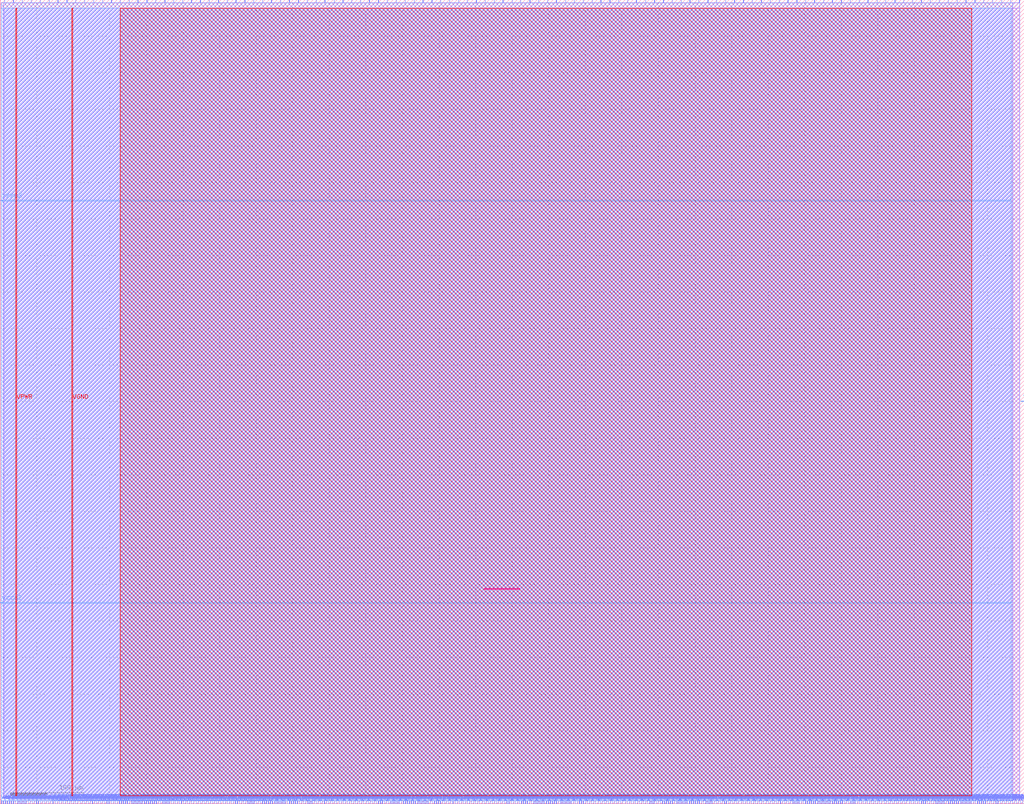
<source format=lef>
VERSION 5.7 ;
  NOWIREEXTENSIONATPIN ON ;
  DIVIDERCHAR "/" ;
  BUSBITCHARS "[]" ;
MACRO vdp_lite_user_proj
  CLASS BLOCK ;
  FOREIGN vdp_lite_user_proj ;
  ORIGIN 0.000 0.000 ;
  SIZE 1400.000 BY 1100.000 ;
  PIN io_in[0]
    DIRECTION INPUT ;
    PORT
      LAYER met2 ;
        RECT 6.070 1096.000 6.350 1100.000 ;
    END
  END io_in[0]
  PIN io_in[10]
    DIRECTION INPUT ;
    PORT
      LAYER met2 ;
        RECT 370.850 1096.000 371.130 1100.000 ;
    END
  END io_in[10]
  PIN io_in[11]
    DIRECTION INPUT ;
    PORT
      LAYER met2 ;
        RECT 407.650 1096.000 407.930 1100.000 ;
    END
  END io_in[11]
  PIN io_in[12]
    DIRECTION INPUT ;
    PORT
      LAYER met2 ;
        RECT 443.990 1096.000 444.270 1100.000 ;
    END
  END io_in[12]
  PIN io_in[13]
    DIRECTION INPUT ;
    PORT
      LAYER met2 ;
        RECT 480.330 1096.000 480.610 1100.000 ;
    END
  END io_in[13]
  PIN io_in[14]
    DIRECTION INPUT ;
    PORT
      LAYER met2 ;
        RECT 517.130 1096.000 517.410 1100.000 ;
    END
  END io_in[14]
  PIN io_in[15]
    DIRECTION INPUT ;
    PORT
      LAYER met2 ;
        RECT 553.470 1096.000 553.750 1100.000 ;
    END
  END io_in[15]
  PIN io_in[16]
    DIRECTION INPUT ;
    PORT
      LAYER met2 ;
        RECT 590.270 1096.000 590.550 1100.000 ;
    END
  END io_in[16]
  PIN io_in[17]
    DIRECTION INPUT ;
    PORT
      LAYER met2 ;
        RECT 626.610 1096.000 626.890 1100.000 ;
    END
  END io_in[17]
  PIN io_in[18]
    DIRECTION INPUT ;
    PORT
      LAYER met2 ;
        RECT 662.950 1096.000 663.230 1100.000 ;
    END
  END io_in[18]
  PIN io_in[19]
    DIRECTION INPUT ;
    PORT
      LAYER met2 ;
        RECT 699.750 1096.000 700.030 1100.000 ;
    END
  END io_in[19]
  PIN io_in[1]
    DIRECTION INPUT ;
    PORT
      LAYER met2 ;
        RECT 42.410 1096.000 42.690 1100.000 ;
    END
  END io_in[1]
  PIN io_in[20]
    DIRECTION INPUT ;
    PORT
      LAYER met2 ;
        RECT 736.090 1096.000 736.370 1100.000 ;
    END
  END io_in[20]
  PIN io_in[21]
    DIRECTION INPUT ;
    PORT
      LAYER met2 ;
        RECT 772.890 1096.000 773.170 1100.000 ;
    END
  END io_in[21]
  PIN io_in[22]
    DIRECTION INPUT ;
    PORT
      LAYER met2 ;
        RECT 809.230 1096.000 809.510 1100.000 ;
    END
  END io_in[22]
  PIN io_in[23]
    DIRECTION INPUT ;
    PORT
      LAYER met2 ;
        RECT 845.570 1096.000 845.850 1100.000 ;
    END
  END io_in[23]
  PIN io_in[24]
    DIRECTION INPUT ;
    PORT
      LAYER met2 ;
        RECT 882.370 1096.000 882.650 1100.000 ;
    END
  END io_in[24]
  PIN io_in[25]
    DIRECTION INPUT ;
    PORT
      LAYER met2 ;
        RECT 918.710 1096.000 918.990 1100.000 ;
    END
  END io_in[25]
  PIN io_in[26]
    DIRECTION INPUT ;
    PORT
      LAYER met2 ;
        RECT 955.050 1096.000 955.330 1100.000 ;
    END
  END io_in[26]
  PIN io_in[27]
    DIRECTION INPUT ;
    PORT
      LAYER met2 ;
        RECT 991.850 1096.000 992.130 1100.000 ;
    END
  END io_in[27]
  PIN io_in[28]
    DIRECTION INPUT ;
    PORT
      LAYER met2 ;
        RECT 1028.190 1096.000 1028.470 1100.000 ;
    END
  END io_in[28]
  PIN io_in[29]
    DIRECTION INPUT ;
    PORT
      LAYER met2 ;
        RECT 1064.990 1096.000 1065.270 1100.000 ;
    END
  END io_in[29]
  PIN io_in[2]
    DIRECTION INPUT ;
    PORT
      LAYER met2 ;
        RECT 78.750 1096.000 79.030 1100.000 ;
    END
  END io_in[2]
  PIN io_in[30]
    DIRECTION INPUT ;
    PORT
      LAYER met2 ;
        RECT 1101.330 1096.000 1101.610 1100.000 ;
    END
  END io_in[30]
  PIN io_in[31]
    DIRECTION INPUT ;
    PORT
      LAYER met2 ;
        RECT 1137.670 1096.000 1137.950 1100.000 ;
    END
  END io_in[31]
  PIN io_in[32]
    DIRECTION INPUT ;
    PORT
      LAYER met2 ;
        RECT 1174.470 1096.000 1174.750 1100.000 ;
    END
  END io_in[32]
  PIN io_in[33]
    DIRECTION INPUT ;
    PORT
      LAYER met2 ;
        RECT 1210.810 1096.000 1211.090 1100.000 ;
    END
  END io_in[33]
  PIN io_in[34]
    DIRECTION INPUT ;
    PORT
      LAYER met2 ;
        RECT 1247.610 1096.000 1247.890 1100.000 ;
    END
  END io_in[34]
  PIN io_in[35]
    DIRECTION INPUT ;
    PORT
      LAYER met2 ;
        RECT 1283.950 1096.000 1284.230 1100.000 ;
    END
  END io_in[35]
  PIN io_in[36]
    DIRECTION INPUT ;
    PORT
      LAYER met2 ;
        RECT 1320.290 1096.000 1320.570 1100.000 ;
    END
  END io_in[36]
  PIN io_in[37]
    DIRECTION INPUT ;
    PORT
      LAYER met2 ;
        RECT 1357.090 1096.000 1357.370 1100.000 ;
    END
  END io_in[37]
  PIN io_in[3]
    DIRECTION INPUT ;
    PORT
      LAYER met2 ;
        RECT 115.550 1096.000 115.830 1100.000 ;
    END
  END io_in[3]
  PIN io_in[4]
    DIRECTION INPUT ;
    PORT
      LAYER met2 ;
        RECT 151.890 1096.000 152.170 1100.000 ;
    END
  END io_in[4]
  PIN io_in[5]
    DIRECTION INPUT ;
    PORT
      LAYER met2 ;
        RECT 188.230 1096.000 188.510 1100.000 ;
    END
  END io_in[5]
  PIN io_in[6]
    DIRECTION INPUT ;
    PORT
      LAYER met2 ;
        RECT 225.030 1096.000 225.310 1100.000 ;
    END
  END io_in[6]
  PIN io_in[7]
    DIRECTION INPUT ;
    PORT
      LAYER met2 ;
        RECT 261.370 1096.000 261.650 1100.000 ;
    END
  END io_in[7]
  PIN io_in[8]
    DIRECTION INPUT ;
    PORT
      LAYER met2 ;
        RECT 298.170 1096.000 298.450 1100.000 ;
    END
  END io_in[8]
  PIN io_in[9]
    DIRECTION INPUT ;
    PORT
      LAYER met2 ;
        RECT 334.510 1096.000 334.790 1100.000 ;
    END
  END io_in[9]
  PIN io_oeb[0]
    DIRECTION OUTPUT TRISTATE ;
    PORT
      LAYER met2 ;
        RECT 18.030 1096.000 18.310 1100.000 ;
    END
  END io_oeb[0]
  PIN io_oeb[10]
    DIRECTION OUTPUT TRISTATE ;
    PORT
      LAYER met2 ;
        RECT 383.270 1096.000 383.550 1100.000 ;
    END
  END io_oeb[10]
  PIN io_oeb[11]
    DIRECTION OUTPUT TRISTATE ;
    PORT
      LAYER met2 ;
        RECT 419.610 1096.000 419.890 1100.000 ;
    END
  END io_oeb[11]
  PIN io_oeb[12]
    DIRECTION OUTPUT TRISTATE ;
    PORT
      LAYER met2 ;
        RECT 456.410 1096.000 456.690 1100.000 ;
    END
  END io_oeb[12]
  PIN io_oeb[13]
    DIRECTION OUTPUT TRISTATE ;
    PORT
      LAYER met2 ;
        RECT 492.750 1096.000 493.030 1100.000 ;
    END
  END io_oeb[13]
  PIN io_oeb[14]
    DIRECTION OUTPUT TRISTATE ;
    PORT
      LAYER met2 ;
        RECT 529.090 1096.000 529.370 1100.000 ;
    END
  END io_oeb[14]
  PIN io_oeb[15]
    DIRECTION OUTPUT TRISTATE ;
    PORT
      LAYER met2 ;
        RECT 565.890 1096.000 566.170 1100.000 ;
    END
  END io_oeb[15]
  PIN io_oeb[16]
    DIRECTION OUTPUT TRISTATE ;
    PORT
      LAYER met2 ;
        RECT 602.230 1096.000 602.510 1100.000 ;
    END
  END io_oeb[16]
  PIN io_oeb[17]
    DIRECTION OUTPUT TRISTATE ;
    PORT
      LAYER met2 ;
        RECT 638.570 1096.000 638.850 1100.000 ;
    END
  END io_oeb[17]
  PIN io_oeb[18]
    DIRECTION OUTPUT TRISTATE ;
    PORT
      LAYER met2 ;
        RECT 675.370 1096.000 675.650 1100.000 ;
    END
  END io_oeb[18]
  PIN io_oeb[19]
    DIRECTION OUTPUT TRISTATE ;
    PORT
      LAYER met2 ;
        RECT 711.710 1096.000 711.990 1100.000 ;
    END
  END io_oeb[19]
  PIN io_oeb[1]
    DIRECTION OUTPUT TRISTATE ;
    PORT
      LAYER met2 ;
        RECT 54.370 1096.000 54.650 1100.000 ;
    END
  END io_oeb[1]
  PIN io_oeb[20]
    DIRECTION OUTPUT TRISTATE ;
    PORT
      LAYER met2 ;
        RECT 748.510 1096.000 748.790 1100.000 ;
    END
  END io_oeb[20]
  PIN io_oeb[21]
    DIRECTION OUTPUT TRISTATE ;
    PORT
      LAYER met2 ;
        RECT 784.850 1096.000 785.130 1100.000 ;
    END
  END io_oeb[21]
  PIN io_oeb[22]
    DIRECTION OUTPUT TRISTATE ;
    PORT
      LAYER met2 ;
        RECT 821.190 1096.000 821.470 1100.000 ;
    END
  END io_oeb[22]
  PIN io_oeb[23]
    DIRECTION OUTPUT TRISTATE ;
    PORT
      LAYER met2 ;
        RECT 857.990 1096.000 858.270 1100.000 ;
    END
  END io_oeb[23]
  PIN io_oeb[24]
    DIRECTION OUTPUT TRISTATE ;
    PORT
      LAYER met2 ;
        RECT 894.330 1096.000 894.610 1100.000 ;
    END
  END io_oeb[24]
  PIN io_oeb[25]
    DIRECTION OUTPUT TRISTATE ;
    PORT
      LAYER met2 ;
        RECT 931.130 1096.000 931.410 1100.000 ;
    END
  END io_oeb[25]
  PIN io_oeb[26]
    DIRECTION OUTPUT TRISTATE ;
    PORT
      LAYER met2 ;
        RECT 967.470 1096.000 967.750 1100.000 ;
    END
  END io_oeb[26]
  PIN io_oeb[27]
    DIRECTION OUTPUT TRISTATE ;
    PORT
      LAYER met2 ;
        RECT 1003.810 1096.000 1004.090 1100.000 ;
    END
  END io_oeb[27]
  PIN io_oeb[28]
    DIRECTION OUTPUT TRISTATE ;
    PORT
      LAYER met2 ;
        RECT 1040.610 1096.000 1040.890 1100.000 ;
    END
  END io_oeb[28]
  PIN io_oeb[29]
    DIRECTION OUTPUT TRISTATE ;
    PORT
      LAYER met2 ;
        RECT 1076.950 1096.000 1077.230 1100.000 ;
    END
  END io_oeb[29]
  PIN io_oeb[2]
    DIRECTION OUTPUT TRISTATE ;
    PORT
      LAYER met2 ;
        RECT 91.170 1096.000 91.450 1100.000 ;
    END
  END io_oeb[2]
  PIN io_oeb[30]
    DIRECTION OUTPUT TRISTATE ;
    PORT
      LAYER met2 ;
        RECT 1113.290 1096.000 1113.570 1100.000 ;
    END
  END io_oeb[30]
  PIN io_oeb[31]
    DIRECTION OUTPUT TRISTATE ;
    PORT
      LAYER met2 ;
        RECT 1150.090 1096.000 1150.370 1100.000 ;
    END
  END io_oeb[31]
  PIN io_oeb[32]
    DIRECTION OUTPUT TRISTATE ;
    PORT
      LAYER met2 ;
        RECT 1186.430 1096.000 1186.710 1100.000 ;
    END
  END io_oeb[32]
  PIN io_oeb[33]
    DIRECTION OUTPUT TRISTATE ;
    PORT
      LAYER met2 ;
        RECT 1223.230 1096.000 1223.510 1100.000 ;
    END
  END io_oeb[33]
  PIN io_oeb[34]
    DIRECTION OUTPUT TRISTATE ;
    PORT
      LAYER met2 ;
        RECT 1259.570 1096.000 1259.850 1100.000 ;
    END
  END io_oeb[34]
  PIN io_oeb[35]
    DIRECTION OUTPUT TRISTATE ;
    PORT
      LAYER met2 ;
        RECT 1295.910 1096.000 1296.190 1100.000 ;
    END
  END io_oeb[35]
  PIN io_oeb[36]
    DIRECTION OUTPUT TRISTATE ;
    PORT
      LAYER met2 ;
        RECT 1332.710 1096.000 1332.990 1100.000 ;
    END
  END io_oeb[36]
  PIN io_oeb[37]
    DIRECTION OUTPUT TRISTATE ;
    PORT
      LAYER met2 ;
        RECT 1369.050 1096.000 1369.330 1100.000 ;
    END
  END io_oeb[37]
  PIN io_oeb[3]
    DIRECTION OUTPUT TRISTATE ;
    PORT
      LAYER met2 ;
        RECT 127.510 1096.000 127.790 1100.000 ;
    END
  END io_oeb[3]
  PIN io_oeb[4]
    DIRECTION OUTPUT TRISTATE ;
    PORT
      LAYER met2 ;
        RECT 163.850 1096.000 164.130 1100.000 ;
    END
  END io_oeb[4]
  PIN io_oeb[5]
    DIRECTION OUTPUT TRISTATE ;
    PORT
      LAYER met2 ;
        RECT 200.650 1096.000 200.930 1100.000 ;
    END
  END io_oeb[5]
  PIN io_oeb[6]
    DIRECTION OUTPUT TRISTATE ;
    PORT
      LAYER met2 ;
        RECT 236.990 1096.000 237.270 1100.000 ;
    END
  END io_oeb[6]
  PIN io_oeb[7]
    DIRECTION OUTPUT TRISTATE ;
    PORT
      LAYER met2 ;
        RECT 273.790 1096.000 274.070 1100.000 ;
    END
  END io_oeb[7]
  PIN io_oeb[8]
    DIRECTION OUTPUT TRISTATE ;
    PORT
      LAYER met2 ;
        RECT 310.130 1096.000 310.410 1100.000 ;
    END
  END io_oeb[8]
  PIN io_oeb[9]
    DIRECTION OUTPUT TRISTATE ;
    PORT
      LAYER met2 ;
        RECT 346.470 1096.000 346.750 1100.000 ;
    END
  END io_oeb[9]
  PIN io_out[0]
    DIRECTION OUTPUT TRISTATE ;
    PORT
      LAYER met2 ;
        RECT 29.990 1096.000 30.270 1100.000 ;
    END
  END io_out[0]
  PIN io_out[10]
    DIRECTION OUTPUT TRISTATE ;
    PORT
      LAYER met2 ;
        RECT 395.230 1096.000 395.510 1100.000 ;
    END
  END io_out[10]
  PIN io_out[11]
    DIRECTION OUTPUT TRISTATE ;
    PORT
      LAYER met2 ;
        RECT 432.030 1096.000 432.310 1100.000 ;
    END
  END io_out[11]
  PIN io_out[12]
    DIRECTION OUTPUT TRISTATE ;
    PORT
      LAYER met2 ;
        RECT 468.370 1096.000 468.650 1100.000 ;
    END
  END io_out[12]
  PIN io_out[13]
    DIRECTION OUTPUT TRISTATE ;
    PORT
      LAYER met2 ;
        RECT 504.710 1096.000 504.990 1100.000 ;
    END
  END io_out[13]
  PIN io_out[14]
    DIRECTION OUTPUT TRISTATE ;
    PORT
      LAYER met2 ;
        RECT 541.510 1096.000 541.790 1100.000 ;
    END
  END io_out[14]
  PIN io_out[15]
    DIRECTION OUTPUT TRISTATE ;
    PORT
      LAYER met2 ;
        RECT 577.850 1096.000 578.130 1100.000 ;
    END
  END io_out[15]
  PIN io_out[16]
    DIRECTION OUTPUT TRISTATE ;
    PORT
      LAYER met2 ;
        RECT 614.650 1096.000 614.930 1100.000 ;
    END
  END io_out[16]
  PIN io_out[17]
    DIRECTION OUTPUT TRISTATE ;
    PORT
      LAYER met2 ;
        RECT 650.990 1096.000 651.270 1100.000 ;
    END
  END io_out[17]
  PIN io_out[18]
    DIRECTION OUTPUT TRISTATE ;
    PORT
      LAYER met2 ;
        RECT 687.330 1096.000 687.610 1100.000 ;
    END
  END io_out[18]
  PIN io_out[19]
    DIRECTION OUTPUT TRISTATE ;
    PORT
      LAYER met2 ;
        RECT 724.130 1096.000 724.410 1100.000 ;
    END
  END io_out[19]
  PIN io_out[1]
    DIRECTION OUTPUT TRISTATE ;
    PORT
      LAYER met2 ;
        RECT 66.790 1096.000 67.070 1100.000 ;
    END
  END io_out[1]
  PIN io_out[20]
    DIRECTION OUTPUT TRISTATE ;
    PORT
      LAYER met2 ;
        RECT 760.470 1096.000 760.750 1100.000 ;
    END
  END io_out[20]
  PIN io_out[21]
    DIRECTION OUTPUT TRISTATE ;
    PORT
      LAYER met2 ;
        RECT 796.810 1096.000 797.090 1100.000 ;
    END
  END io_out[21]
  PIN io_out[22]
    DIRECTION OUTPUT TRISTATE ;
    PORT
      LAYER met2 ;
        RECT 833.610 1096.000 833.890 1100.000 ;
    END
  END io_out[22]
  PIN io_out[23]
    DIRECTION OUTPUT TRISTATE ;
    PORT
      LAYER met2 ;
        RECT 869.950 1096.000 870.230 1100.000 ;
    END
  END io_out[23]
  PIN io_out[24]
    DIRECTION OUTPUT TRISTATE ;
    PORT
      LAYER met2 ;
        RECT 906.750 1096.000 907.030 1100.000 ;
    END
  END io_out[24]
  PIN io_out[25]
    DIRECTION OUTPUT TRISTATE ;
    PORT
      LAYER met2 ;
        RECT 943.090 1096.000 943.370 1100.000 ;
    END
  END io_out[25]
  PIN io_out[26]
    DIRECTION OUTPUT TRISTATE ;
    PORT
      LAYER met2 ;
        RECT 979.430 1096.000 979.710 1100.000 ;
    END
  END io_out[26]
  PIN io_out[27]
    DIRECTION OUTPUT TRISTATE ;
    PORT
      LAYER met2 ;
        RECT 1016.230 1096.000 1016.510 1100.000 ;
    END
  END io_out[27]
  PIN io_out[28]
    DIRECTION OUTPUT TRISTATE ;
    PORT
      LAYER met2 ;
        RECT 1052.570 1096.000 1052.850 1100.000 ;
    END
  END io_out[28]
  PIN io_out[29]
    DIRECTION OUTPUT TRISTATE ;
    PORT
      LAYER met2 ;
        RECT 1089.370 1096.000 1089.650 1100.000 ;
    END
  END io_out[29]
  PIN io_out[2]
    DIRECTION OUTPUT TRISTATE ;
    PORT
      LAYER met2 ;
        RECT 103.130 1096.000 103.410 1100.000 ;
    END
  END io_out[2]
  PIN io_out[30]
    DIRECTION OUTPUT TRISTATE ;
    PORT
      LAYER met2 ;
        RECT 1125.710 1096.000 1125.990 1100.000 ;
    END
  END io_out[30]
  PIN io_out[31]
    DIRECTION OUTPUT TRISTATE ;
    PORT
      LAYER met2 ;
        RECT 1162.050 1096.000 1162.330 1100.000 ;
    END
  END io_out[31]
  PIN io_out[32]
    DIRECTION OUTPUT TRISTATE ;
    PORT
      LAYER met2 ;
        RECT 1198.850 1096.000 1199.130 1100.000 ;
    END
  END io_out[32]
  PIN io_out[33]
    DIRECTION OUTPUT TRISTATE ;
    PORT
      LAYER met2 ;
        RECT 1235.190 1096.000 1235.470 1100.000 ;
    END
  END io_out[33]
  PIN io_out[34]
    DIRECTION OUTPUT TRISTATE ;
    PORT
      LAYER met2 ;
        RECT 1271.530 1096.000 1271.810 1100.000 ;
    END
  END io_out[34]
  PIN io_out[35]
    DIRECTION OUTPUT TRISTATE ;
    PORT
      LAYER met2 ;
        RECT 1308.330 1096.000 1308.610 1100.000 ;
    END
  END io_out[35]
  PIN io_out[36]
    DIRECTION OUTPUT TRISTATE ;
    PORT
      LAYER met2 ;
        RECT 1344.670 1096.000 1344.950 1100.000 ;
    END
  END io_out[36]
  PIN io_out[37]
    DIRECTION OUTPUT TRISTATE ;
    PORT
      LAYER met2 ;
        RECT 1381.470 1096.000 1381.750 1100.000 ;
    END
  END io_out[37]
  PIN io_out[3]
    DIRECTION OUTPUT TRISTATE ;
    PORT
      LAYER met2 ;
        RECT 139.930 1096.000 140.210 1100.000 ;
    END
  END io_out[3]
  PIN io_out[4]
    DIRECTION OUTPUT TRISTATE ;
    PORT
      LAYER met2 ;
        RECT 176.270 1096.000 176.550 1100.000 ;
    END
  END io_out[4]
  PIN io_out[5]
    DIRECTION OUTPUT TRISTATE ;
    PORT
      LAYER met2 ;
        RECT 212.610 1096.000 212.890 1100.000 ;
    END
  END io_out[5]
  PIN io_out[6]
    DIRECTION OUTPUT TRISTATE ;
    PORT
      LAYER met2 ;
        RECT 249.410 1096.000 249.690 1100.000 ;
    END
  END io_out[6]
  PIN io_out[7]
    DIRECTION OUTPUT TRISTATE ;
    PORT
      LAYER met2 ;
        RECT 285.750 1096.000 286.030 1100.000 ;
    END
  END io_out[7]
  PIN io_out[8]
    DIRECTION OUTPUT TRISTATE ;
    PORT
      LAYER met2 ;
        RECT 322.090 1096.000 322.370 1100.000 ;
    END
  END io_out[8]
  PIN io_out[9]
    DIRECTION OUTPUT TRISTATE ;
    PORT
      LAYER met2 ;
        RECT 358.890 1096.000 359.170 1100.000 ;
    END
  END io_out[9]
  PIN la_data_in[0]
    DIRECTION INPUT ;
    PORT
      LAYER met2 ;
        RECT 301.390 0.000 301.670 4.000 ;
    END
  END la_data_in[0]
  PIN la_data_in[100]
    DIRECTION INPUT ;
    PORT
      LAYER met2 ;
        RECT 1151.470 0.000 1151.750 4.000 ;
    END
  END la_data_in[100]
  PIN la_data_in[101]
    DIRECTION INPUT ;
    PORT
      LAYER met2 ;
        RECT 1160.210 0.000 1160.490 4.000 ;
    END
  END la_data_in[101]
  PIN la_data_in[102]
    DIRECTION INPUT ;
    PORT
      LAYER met2 ;
        RECT 1168.490 0.000 1168.770 4.000 ;
    END
  END la_data_in[102]
  PIN la_data_in[103]
    DIRECTION INPUT ;
    PORT
      LAYER met2 ;
        RECT 1177.230 0.000 1177.510 4.000 ;
    END
  END la_data_in[103]
  PIN la_data_in[104]
    DIRECTION INPUT ;
    PORT
      LAYER met2 ;
        RECT 1185.510 0.000 1185.790 4.000 ;
    END
  END la_data_in[104]
  PIN la_data_in[105]
    DIRECTION INPUT ;
    PORT
      LAYER met2 ;
        RECT 1194.250 0.000 1194.530 4.000 ;
    END
  END la_data_in[105]
  PIN la_data_in[106]
    DIRECTION INPUT ;
    PORT
      LAYER met2 ;
        RECT 1202.530 0.000 1202.810 4.000 ;
    END
  END la_data_in[106]
  PIN la_data_in[107]
    DIRECTION INPUT ;
    PORT
      LAYER met2 ;
        RECT 1211.270 0.000 1211.550 4.000 ;
    END
  END la_data_in[107]
  PIN la_data_in[108]
    DIRECTION INPUT ;
    PORT
      LAYER met2 ;
        RECT 1219.550 0.000 1219.830 4.000 ;
    END
  END la_data_in[108]
  PIN la_data_in[109]
    DIRECTION INPUT ;
    PORT
      LAYER met2 ;
        RECT 1228.290 0.000 1228.570 4.000 ;
    END
  END la_data_in[109]
  PIN la_data_in[10]
    DIRECTION INPUT ;
    PORT
      LAYER met2 ;
        RECT 386.490 0.000 386.770 4.000 ;
    END
  END la_data_in[10]
  PIN la_data_in[110]
    DIRECTION INPUT ;
    PORT
      LAYER met2 ;
        RECT 1236.570 0.000 1236.850 4.000 ;
    END
  END la_data_in[110]
  PIN la_data_in[111]
    DIRECTION INPUT ;
    PORT
      LAYER met2 ;
        RECT 1245.310 0.000 1245.590 4.000 ;
    END
  END la_data_in[111]
  PIN la_data_in[112]
    DIRECTION INPUT ;
    PORT
      LAYER met2 ;
        RECT 1253.590 0.000 1253.870 4.000 ;
    END
  END la_data_in[112]
  PIN la_data_in[113]
    DIRECTION INPUT ;
    PORT
      LAYER met2 ;
        RECT 1262.330 0.000 1262.610 4.000 ;
    END
  END la_data_in[113]
  PIN la_data_in[114]
    DIRECTION INPUT ;
    PORT
      LAYER met2 ;
        RECT 1270.610 0.000 1270.890 4.000 ;
    END
  END la_data_in[114]
  PIN la_data_in[115]
    DIRECTION INPUT ;
    PORT
      LAYER met2 ;
        RECT 1279.350 0.000 1279.630 4.000 ;
    END
  END la_data_in[115]
  PIN la_data_in[116]
    DIRECTION INPUT ;
    PORT
      LAYER met2 ;
        RECT 1287.630 0.000 1287.910 4.000 ;
    END
  END la_data_in[116]
  PIN la_data_in[117]
    DIRECTION INPUT ;
    PORT
      LAYER met2 ;
        RECT 1296.370 0.000 1296.650 4.000 ;
    END
  END la_data_in[117]
  PIN la_data_in[118]
    DIRECTION INPUT ;
    PORT
      LAYER met2 ;
        RECT 1304.650 0.000 1304.930 4.000 ;
    END
  END la_data_in[118]
  PIN la_data_in[119]
    DIRECTION INPUT ;
    PORT
      LAYER met2 ;
        RECT 1313.390 0.000 1313.670 4.000 ;
    END
  END la_data_in[119]
  PIN la_data_in[11]
    DIRECTION INPUT ;
    PORT
      LAYER met2 ;
        RECT 395.230 0.000 395.510 4.000 ;
    END
  END la_data_in[11]
  PIN la_data_in[120]
    DIRECTION INPUT ;
    PORT
      LAYER met2 ;
        RECT 1321.670 0.000 1321.950 4.000 ;
    END
  END la_data_in[120]
  PIN la_data_in[121]
    DIRECTION INPUT ;
    PORT
      LAYER met2 ;
        RECT 1330.410 0.000 1330.690 4.000 ;
    END
  END la_data_in[121]
  PIN la_data_in[122]
    DIRECTION INPUT ;
    PORT
      LAYER met2 ;
        RECT 1338.690 0.000 1338.970 4.000 ;
    END
  END la_data_in[122]
  PIN la_data_in[123]
    DIRECTION INPUT ;
    PORT
      LAYER met2 ;
        RECT 1346.970 0.000 1347.250 4.000 ;
    END
  END la_data_in[123]
  PIN la_data_in[124]
    DIRECTION INPUT ;
    PORT
      LAYER met2 ;
        RECT 1355.710 0.000 1355.990 4.000 ;
    END
  END la_data_in[124]
  PIN la_data_in[125]
    DIRECTION INPUT ;
    PORT
      LAYER met2 ;
        RECT 1363.990 0.000 1364.270 4.000 ;
    END
  END la_data_in[125]
  PIN la_data_in[126]
    DIRECTION INPUT ;
    PORT
      LAYER met2 ;
        RECT 1372.730 0.000 1373.010 4.000 ;
    END
  END la_data_in[126]
  PIN la_data_in[127]
    DIRECTION INPUT ;
    PORT
      LAYER met2 ;
        RECT 1381.010 0.000 1381.290 4.000 ;
    END
  END la_data_in[127]
  PIN la_data_in[12]
    DIRECTION INPUT ;
    PORT
      LAYER met2 ;
        RECT 403.510 0.000 403.790 4.000 ;
    END
  END la_data_in[12]
  PIN la_data_in[13]
    DIRECTION INPUT ;
    PORT
      LAYER met2 ;
        RECT 412.250 0.000 412.530 4.000 ;
    END
  END la_data_in[13]
  PIN la_data_in[14]
    DIRECTION INPUT ;
    PORT
      LAYER met2 ;
        RECT 420.530 0.000 420.810 4.000 ;
    END
  END la_data_in[14]
  PIN la_data_in[15]
    DIRECTION INPUT ;
    PORT
      LAYER met2 ;
        RECT 429.270 0.000 429.550 4.000 ;
    END
  END la_data_in[15]
  PIN la_data_in[16]
    DIRECTION INPUT ;
    PORT
      LAYER met2 ;
        RECT 437.550 0.000 437.830 4.000 ;
    END
  END la_data_in[16]
  PIN la_data_in[17]
    DIRECTION INPUT ;
    PORT
      LAYER met2 ;
        RECT 446.290 0.000 446.570 4.000 ;
    END
  END la_data_in[17]
  PIN la_data_in[18]
    DIRECTION INPUT ;
    PORT
      LAYER met2 ;
        RECT 454.570 0.000 454.850 4.000 ;
    END
  END la_data_in[18]
  PIN la_data_in[19]
    DIRECTION INPUT ;
    PORT
      LAYER met2 ;
        RECT 463.310 0.000 463.590 4.000 ;
    END
  END la_data_in[19]
  PIN la_data_in[1]
    DIRECTION INPUT ;
    PORT
      LAYER met2 ;
        RECT 310.130 0.000 310.410 4.000 ;
    END
  END la_data_in[1]
  PIN la_data_in[20]
    DIRECTION INPUT ;
    PORT
      LAYER met2 ;
        RECT 471.590 0.000 471.870 4.000 ;
    END
  END la_data_in[20]
  PIN la_data_in[21]
    DIRECTION INPUT ;
    PORT
      LAYER met2 ;
        RECT 480.330 0.000 480.610 4.000 ;
    END
  END la_data_in[21]
  PIN la_data_in[22]
    DIRECTION INPUT ;
    PORT
      LAYER met2 ;
        RECT 488.610 0.000 488.890 4.000 ;
    END
  END la_data_in[22]
  PIN la_data_in[23]
    DIRECTION INPUT ;
    PORT
      LAYER met2 ;
        RECT 496.890 0.000 497.170 4.000 ;
    END
  END la_data_in[23]
  PIN la_data_in[24]
    DIRECTION INPUT ;
    PORT
      LAYER met2 ;
        RECT 505.630 0.000 505.910 4.000 ;
    END
  END la_data_in[24]
  PIN la_data_in[25]
    DIRECTION INPUT ;
    PORT
      LAYER met2 ;
        RECT 513.910 0.000 514.190 4.000 ;
    END
  END la_data_in[25]
  PIN la_data_in[26]
    DIRECTION INPUT ;
    PORT
      LAYER met2 ;
        RECT 522.650 0.000 522.930 4.000 ;
    END
  END la_data_in[26]
  PIN la_data_in[27]
    DIRECTION INPUT ;
    PORT
      LAYER met2 ;
        RECT 530.930 0.000 531.210 4.000 ;
    END
  END la_data_in[27]
  PIN la_data_in[28]
    DIRECTION INPUT ;
    PORT
      LAYER met2 ;
        RECT 539.670 0.000 539.950 4.000 ;
    END
  END la_data_in[28]
  PIN la_data_in[29]
    DIRECTION INPUT ;
    PORT
      LAYER met2 ;
        RECT 547.950 0.000 548.230 4.000 ;
    END
  END la_data_in[29]
  PIN la_data_in[2]
    DIRECTION INPUT ;
    PORT
      LAYER met2 ;
        RECT 318.410 0.000 318.690 4.000 ;
    END
  END la_data_in[2]
  PIN la_data_in[30]
    DIRECTION INPUT ;
    PORT
      LAYER met2 ;
        RECT 556.690 0.000 556.970 4.000 ;
    END
  END la_data_in[30]
  PIN la_data_in[31]
    DIRECTION INPUT ;
    PORT
      LAYER met2 ;
        RECT 564.970 0.000 565.250 4.000 ;
    END
  END la_data_in[31]
  PIN la_data_in[32]
    DIRECTION INPUT ;
    PORT
      LAYER met2 ;
        RECT 573.710 0.000 573.990 4.000 ;
    END
  END la_data_in[32]
  PIN la_data_in[33]
    DIRECTION INPUT ;
    PORT
      LAYER met2 ;
        RECT 581.990 0.000 582.270 4.000 ;
    END
  END la_data_in[33]
  PIN la_data_in[34]
    DIRECTION INPUT ;
    PORT
      LAYER met2 ;
        RECT 590.730 0.000 591.010 4.000 ;
    END
  END la_data_in[34]
  PIN la_data_in[35]
    DIRECTION INPUT ;
    PORT
      LAYER met2 ;
        RECT 599.010 0.000 599.290 4.000 ;
    END
  END la_data_in[35]
  PIN la_data_in[36]
    DIRECTION INPUT ;
    PORT
      LAYER met2 ;
        RECT 607.750 0.000 608.030 4.000 ;
    END
  END la_data_in[36]
  PIN la_data_in[37]
    DIRECTION INPUT ;
    PORT
      LAYER met2 ;
        RECT 616.030 0.000 616.310 4.000 ;
    END
  END la_data_in[37]
  PIN la_data_in[38]
    DIRECTION INPUT ;
    PORT
      LAYER met2 ;
        RECT 624.770 0.000 625.050 4.000 ;
    END
  END la_data_in[38]
  PIN la_data_in[39]
    DIRECTION INPUT ;
    PORT
      LAYER met2 ;
        RECT 633.050 0.000 633.330 4.000 ;
    END
  END la_data_in[39]
  PIN la_data_in[3]
    DIRECTION INPUT ;
    PORT
      LAYER met2 ;
        RECT 327.150 0.000 327.430 4.000 ;
    END
  END la_data_in[3]
  PIN la_data_in[40]
    DIRECTION INPUT ;
    PORT
      LAYER met2 ;
        RECT 641.790 0.000 642.070 4.000 ;
    END
  END la_data_in[40]
  PIN la_data_in[41]
    DIRECTION INPUT ;
    PORT
      LAYER met2 ;
        RECT 650.070 0.000 650.350 4.000 ;
    END
  END la_data_in[41]
  PIN la_data_in[42]
    DIRECTION INPUT ;
    PORT
      LAYER met2 ;
        RECT 658.810 0.000 659.090 4.000 ;
    END
  END la_data_in[42]
  PIN la_data_in[43]
    DIRECTION INPUT ;
    PORT
      LAYER met2 ;
        RECT 667.090 0.000 667.370 4.000 ;
    END
  END la_data_in[43]
  PIN la_data_in[44]
    DIRECTION INPUT ;
    PORT
      LAYER met2 ;
        RECT 675.830 0.000 676.110 4.000 ;
    END
  END la_data_in[44]
  PIN la_data_in[45]
    DIRECTION INPUT ;
    PORT
      LAYER met2 ;
        RECT 684.110 0.000 684.390 4.000 ;
    END
  END la_data_in[45]
  PIN la_data_in[46]
    DIRECTION INPUT ;
    PORT
      LAYER met2 ;
        RECT 692.850 0.000 693.130 4.000 ;
    END
  END la_data_in[46]
  PIN la_data_in[47]
    DIRECTION INPUT ;
    PORT
      LAYER met2 ;
        RECT 701.130 0.000 701.410 4.000 ;
    END
  END la_data_in[47]
  PIN la_data_in[48]
    DIRECTION INPUT ;
    PORT
      LAYER met2 ;
        RECT 709.410 0.000 709.690 4.000 ;
    END
  END la_data_in[48]
  PIN la_data_in[49]
    DIRECTION INPUT ;
    PORT
      LAYER met2 ;
        RECT 718.150 0.000 718.430 4.000 ;
    END
  END la_data_in[49]
  PIN la_data_in[4]
    DIRECTION INPUT ;
    PORT
      LAYER met2 ;
        RECT 335.430 0.000 335.710 4.000 ;
    END
  END la_data_in[4]
  PIN la_data_in[50]
    DIRECTION INPUT ;
    PORT
      LAYER met2 ;
        RECT 726.430 0.000 726.710 4.000 ;
    END
  END la_data_in[50]
  PIN la_data_in[51]
    DIRECTION INPUT ;
    PORT
      LAYER met2 ;
        RECT 735.170 0.000 735.450 4.000 ;
    END
  END la_data_in[51]
  PIN la_data_in[52]
    DIRECTION INPUT ;
    PORT
      LAYER met2 ;
        RECT 743.450 0.000 743.730 4.000 ;
    END
  END la_data_in[52]
  PIN la_data_in[53]
    DIRECTION INPUT ;
    PORT
      LAYER met2 ;
        RECT 752.190 0.000 752.470 4.000 ;
    END
  END la_data_in[53]
  PIN la_data_in[54]
    DIRECTION INPUT ;
    PORT
      LAYER met2 ;
        RECT 760.470 0.000 760.750 4.000 ;
    END
  END la_data_in[54]
  PIN la_data_in[55]
    DIRECTION INPUT ;
    PORT
      LAYER met2 ;
        RECT 769.210 0.000 769.490 4.000 ;
    END
  END la_data_in[55]
  PIN la_data_in[56]
    DIRECTION INPUT ;
    PORT
      LAYER met2 ;
        RECT 777.490 0.000 777.770 4.000 ;
    END
  END la_data_in[56]
  PIN la_data_in[57]
    DIRECTION INPUT ;
    PORT
      LAYER met2 ;
        RECT 786.230 0.000 786.510 4.000 ;
    END
  END la_data_in[57]
  PIN la_data_in[58]
    DIRECTION INPUT ;
    PORT
      LAYER met2 ;
        RECT 794.510 0.000 794.790 4.000 ;
    END
  END la_data_in[58]
  PIN la_data_in[59]
    DIRECTION INPUT ;
    PORT
      LAYER met2 ;
        RECT 803.250 0.000 803.530 4.000 ;
    END
  END la_data_in[59]
  PIN la_data_in[5]
    DIRECTION INPUT ;
    PORT
      LAYER met2 ;
        RECT 344.170 0.000 344.450 4.000 ;
    END
  END la_data_in[5]
  PIN la_data_in[60]
    DIRECTION INPUT ;
    PORT
      LAYER met2 ;
        RECT 811.530 0.000 811.810 4.000 ;
    END
  END la_data_in[60]
  PIN la_data_in[61]
    DIRECTION INPUT ;
    PORT
      LAYER met2 ;
        RECT 820.270 0.000 820.550 4.000 ;
    END
  END la_data_in[61]
  PIN la_data_in[62]
    DIRECTION INPUT ;
    PORT
      LAYER met2 ;
        RECT 828.550 0.000 828.830 4.000 ;
    END
  END la_data_in[62]
  PIN la_data_in[63]
    DIRECTION INPUT ;
    PORT
      LAYER met2 ;
        RECT 837.290 0.000 837.570 4.000 ;
    END
  END la_data_in[63]
  PIN la_data_in[64]
    DIRECTION INPUT ;
    PORT
      LAYER met2 ;
        RECT 845.570 0.000 845.850 4.000 ;
    END
  END la_data_in[64]
  PIN la_data_in[65]
    DIRECTION INPUT ;
    PORT
      LAYER met2 ;
        RECT 854.310 0.000 854.590 4.000 ;
    END
  END la_data_in[65]
  PIN la_data_in[66]
    DIRECTION INPUT ;
    PORT
      LAYER met2 ;
        RECT 862.590 0.000 862.870 4.000 ;
    END
  END la_data_in[66]
  PIN la_data_in[67]
    DIRECTION INPUT ;
    PORT
      LAYER met2 ;
        RECT 871.330 0.000 871.610 4.000 ;
    END
  END la_data_in[67]
  PIN la_data_in[68]
    DIRECTION INPUT ;
    PORT
      LAYER met2 ;
        RECT 879.610 0.000 879.890 4.000 ;
    END
  END la_data_in[68]
  PIN la_data_in[69]
    DIRECTION INPUT ;
    PORT
      LAYER met2 ;
        RECT 888.350 0.000 888.630 4.000 ;
    END
  END la_data_in[69]
  PIN la_data_in[6]
    DIRECTION INPUT ;
    PORT
      LAYER met2 ;
        RECT 352.450 0.000 352.730 4.000 ;
    END
  END la_data_in[6]
  PIN la_data_in[70]
    DIRECTION INPUT ;
    PORT
      LAYER met2 ;
        RECT 896.630 0.000 896.910 4.000 ;
    END
  END la_data_in[70]
  PIN la_data_in[71]
    DIRECTION INPUT ;
    PORT
      LAYER met2 ;
        RECT 905.370 0.000 905.650 4.000 ;
    END
  END la_data_in[71]
  PIN la_data_in[72]
    DIRECTION INPUT ;
    PORT
      LAYER met2 ;
        RECT 913.650 0.000 913.930 4.000 ;
    END
  END la_data_in[72]
  PIN la_data_in[73]
    DIRECTION INPUT ;
    PORT
      LAYER met2 ;
        RECT 921.930 0.000 922.210 4.000 ;
    END
  END la_data_in[73]
  PIN la_data_in[74]
    DIRECTION INPUT ;
    PORT
      LAYER met2 ;
        RECT 930.670 0.000 930.950 4.000 ;
    END
  END la_data_in[74]
  PIN la_data_in[75]
    DIRECTION INPUT ;
    PORT
      LAYER met2 ;
        RECT 938.950 0.000 939.230 4.000 ;
    END
  END la_data_in[75]
  PIN la_data_in[76]
    DIRECTION INPUT ;
    PORT
      LAYER met2 ;
        RECT 947.690 0.000 947.970 4.000 ;
    END
  END la_data_in[76]
  PIN la_data_in[77]
    DIRECTION INPUT ;
    PORT
      LAYER met2 ;
        RECT 955.970 0.000 956.250 4.000 ;
    END
  END la_data_in[77]
  PIN la_data_in[78]
    DIRECTION INPUT ;
    PORT
      LAYER met2 ;
        RECT 964.710 0.000 964.990 4.000 ;
    END
  END la_data_in[78]
  PIN la_data_in[79]
    DIRECTION INPUT ;
    PORT
      LAYER met2 ;
        RECT 972.990 0.000 973.270 4.000 ;
    END
  END la_data_in[79]
  PIN la_data_in[7]
    DIRECTION INPUT ;
    PORT
      LAYER met2 ;
        RECT 361.190 0.000 361.470 4.000 ;
    END
  END la_data_in[7]
  PIN la_data_in[80]
    DIRECTION INPUT ;
    PORT
      LAYER met2 ;
        RECT 981.730 0.000 982.010 4.000 ;
    END
  END la_data_in[80]
  PIN la_data_in[81]
    DIRECTION INPUT ;
    PORT
      LAYER met2 ;
        RECT 990.010 0.000 990.290 4.000 ;
    END
  END la_data_in[81]
  PIN la_data_in[82]
    DIRECTION INPUT ;
    PORT
      LAYER met2 ;
        RECT 998.750 0.000 999.030 4.000 ;
    END
  END la_data_in[82]
  PIN la_data_in[83]
    DIRECTION INPUT ;
    PORT
      LAYER met2 ;
        RECT 1007.030 0.000 1007.310 4.000 ;
    END
  END la_data_in[83]
  PIN la_data_in[84]
    DIRECTION INPUT ;
    PORT
      LAYER met2 ;
        RECT 1015.770 0.000 1016.050 4.000 ;
    END
  END la_data_in[84]
  PIN la_data_in[85]
    DIRECTION INPUT ;
    PORT
      LAYER met2 ;
        RECT 1024.050 0.000 1024.330 4.000 ;
    END
  END la_data_in[85]
  PIN la_data_in[86]
    DIRECTION INPUT ;
    PORT
      LAYER met2 ;
        RECT 1032.790 0.000 1033.070 4.000 ;
    END
  END la_data_in[86]
  PIN la_data_in[87]
    DIRECTION INPUT ;
    PORT
      LAYER met2 ;
        RECT 1041.070 0.000 1041.350 4.000 ;
    END
  END la_data_in[87]
  PIN la_data_in[88]
    DIRECTION INPUT ;
    PORT
      LAYER met2 ;
        RECT 1049.810 0.000 1050.090 4.000 ;
    END
  END la_data_in[88]
  PIN la_data_in[89]
    DIRECTION INPUT ;
    PORT
      LAYER met2 ;
        RECT 1058.090 0.000 1058.370 4.000 ;
    END
  END la_data_in[89]
  PIN la_data_in[8]
    DIRECTION INPUT ;
    PORT
      LAYER met2 ;
        RECT 369.470 0.000 369.750 4.000 ;
    END
  END la_data_in[8]
  PIN la_data_in[90]
    DIRECTION INPUT ;
    PORT
      LAYER met2 ;
        RECT 1066.830 0.000 1067.110 4.000 ;
    END
  END la_data_in[90]
  PIN la_data_in[91]
    DIRECTION INPUT ;
    PORT
      LAYER met2 ;
        RECT 1075.110 0.000 1075.390 4.000 ;
    END
  END la_data_in[91]
  PIN la_data_in[92]
    DIRECTION INPUT ;
    PORT
      LAYER met2 ;
        RECT 1083.850 0.000 1084.130 4.000 ;
    END
  END la_data_in[92]
  PIN la_data_in[93]
    DIRECTION INPUT ;
    PORT
      LAYER met2 ;
        RECT 1092.130 0.000 1092.410 4.000 ;
    END
  END la_data_in[93]
  PIN la_data_in[94]
    DIRECTION INPUT ;
    PORT
      LAYER met2 ;
        RECT 1100.870 0.000 1101.150 4.000 ;
    END
  END la_data_in[94]
  PIN la_data_in[95]
    DIRECTION INPUT ;
    PORT
      LAYER met2 ;
        RECT 1109.150 0.000 1109.430 4.000 ;
    END
  END la_data_in[95]
  PIN la_data_in[96]
    DIRECTION INPUT ;
    PORT
      LAYER met2 ;
        RECT 1117.890 0.000 1118.170 4.000 ;
    END
  END la_data_in[96]
  PIN la_data_in[97]
    DIRECTION INPUT ;
    PORT
      LAYER met2 ;
        RECT 1126.170 0.000 1126.450 4.000 ;
    END
  END la_data_in[97]
  PIN la_data_in[98]
    DIRECTION INPUT ;
    PORT
      LAYER met2 ;
        RECT 1134.450 0.000 1134.730 4.000 ;
    END
  END la_data_in[98]
  PIN la_data_in[99]
    DIRECTION INPUT ;
    PORT
      LAYER met2 ;
        RECT 1143.190 0.000 1143.470 4.000 ;
    END
  END la_data_in[99]
  PIN la_data_in[9]
    DIRECTION INPUT ;
    PORT
      LAYER met2 ;
        RECT 378.210 0.000 378.490 4.000 ;
    END
  END la_data_in[9]
  PIN la_data_out[0]
    DIRECTION OUTPUT TRISTATE ;
    PORT
      LAYER met2 ;
        RECT 304.610 0.000 304.890 4.000 ;
    END
  END la_data_out[0]
  PIN la_data_out[100]
    DIRECTION OUTPUT TRISTATE ;
    PORT
      LAYER met2 ;
        RECT 1154.690 0.000 1154.970 4.000 ;
    END
  END la_data_out[100]
  PIN la_data_out[101]
    DIRECTION OUTPUT TRISTATE ;
    PORT
      LAYER met2 ;
        RECT 1162.970 0.000 1163.250 4.000 ;
    END
  END la_data_out[101]
  PIN la_data_out[102]
    DIRECTION OUTPUT TRISTATE ;
    PORT
      LAYER met2 ;
        RECT 1171.710 0.000 1171.990 4.000 ;
    END
  END la_data_out[102]
  PIN la_data_out[103]
    DIRECTION OUTPUT TRISTATE ;
    PORT
      LAYER met2 ;
        RECT 1179.990 0.000 1180.270 4.000 ;
    END
  END la_data_out[103]
  PIN la_data_out[104]
    DIRECTION OUTPUT TRISTATE ;
    PORT
      LAYER met2 ;
        RECT 1188.730 0.000 1189.010 4.000 ;
    END
  END la_data_out[104]
  PIN la_data_out[105]
    DIRECTION OUTPUT TRISTATE ;
    PORT
      LAYER met2 ;
        RECT 1197.010 0.000 1197.290 4.000 ;
    END
  END la_data_out[105]
  PIN la_data_out[106]
    DIRECTION OUTPUT TRISTATE ;
    PORT
      LAYER met2 ;
        RECT 1205.290 0.000 1205.570 4.000 ;
    END
  END la_data_out[106]
  PIN la_data_out[107]
    DIRECTION OUTPUT TRISTATE ;
    PORT
      LAYER met2 ;
        RECT 1214.030 0.000 1214.310 4.000 ;
    END
  END la_data_out[107]
  PIN la_data_out[108]
    DIRECTION OUTPUT TRISTATE ;
    PORT
      LAYER met2 ;
        RECT 1222.310 0.000 1222.590 4.000 ;
    END
  END la_data_out[108]
  PIN la_data_out[109]
    DIRECTION OUTPUT TRISTATE ;
    PORT
      LAYER met2 ;
        RECT 1231.050 0.000 1231.330 4.000 ;
    END
  END la_data_out[109]
  PIN la_data_out[10]
    DIRECTION OUTPUT TRISTATE ;
    PORT
      LAYER met2 ;
        RECT 389.250 0.000 389.530 4.000 ;
    END
  END la_data_out[10]
  PIN la_data_out[110]
    DIRECTION OUTPUT TRISTATE ;
    PORT
      LAYER met2 ;
        RECT 1239.330 0.000 1239.610 4.000 ;
    END
  END la_data_out[110]
  PIN la_data_out[111]
    DIRECTION OUTPUT TRISTATE ;
    PORT
      LAYER met2 ;
        RECT 1248.070 0.000 1248.350 4.000 ;
    END
  END la_data_out[111]
  PIN la_data_out[112]
    DIRECTION OUTPUT TRISTATE ;
    PORT
      LAYER met2 ;
        RECT 1256.350 0.000 1256.630 4.000 ;
    END
  END la_data_out[112]
  PIN la_data_out[113]
    DIRECTION OUTPUT TRISTATE ;
    PORT
      LAYER met2 ;
        RECT 1265.090 0.000 1265.370 4.000 ;
    END
  END la_data_out[113]
  PIN la_data_out[114]
    DIRECTION OUTPUT TRISTATE ;
    PORT
      LAYER met2 ;
        RECT 1273.370 0.000 1273.650 4.000 ;
    END
  END la_data_out[114]
  PIN la_data_out[115]
    DIRECTION OUTPUT TRISTATE ;
    PORT
      LAYER met2 ;
        RECT 1282.110 0.000 1282.390 4.000 ;
    END
  END la_data_out[115]
  PIN la_data_out[116]
    DIRECTION OUTPUT TRISTATE ;
    PORT
      LAYER met2 ;
        RECT 1290.390 0.000 1290.670 4.000 ;
    END
  END la_data_out[116]
  PIN la_data_out[117]
    DIRECTION OUTPUT TRISTATE ;
    PORT
      LAYER met2 ;
        RECT 1299.130 0.000 1299.410 4.000 ;
    END
  END la_data_out[117]
  PIN la_data_out[118]
    DIRECTION OUTPUT TRISTATE ;
    PORT
      LAYER met2 ;
        RECT 1307.410 0.000 1307.690 4.000 ;
    END
  END la_data_out[118]
  PIN la_data_out[119]
    DIRECTION OUTPUT TRISTATE ;
    PORT
      LAYER met2 ;
        RECT 1316.150 0.000 1316.430 4.000 ;
    END
  END la_data_out[119]
  PIN la_data_out[11]
    DIRECTION OUTPUT TRISTATE ;
    PORT
      LAYER met2 ;
        RECT 397.990 0.000 398.270 4.000 ;
    END
  END la_data_out[11]
  PIN la_data_out[120]
    DIRECTION OUTPUT TRISTATE ;
    PORT
      LAYER met2 ;
        RECT 1324.430 0.000 1324.710 4.000 ;
    END
  END la_data_out[120]
  PIN la_data_out[121]
    DIRECTION OUTPUT TRISTATE ;
    PORT
      LAYER met2 ;
        RECT 1333.170 0.000 1333.450 4.000 ;
    END
  END la_data_out[121]
  PIN la_data_out[122]
    DIRECTION OUTPUT TRISTATE ;
    PORT
      LAYER met2 ;
        RECT 1341.450 0.000 1341.730 4.000 ;
    END
  END la_data_out[122]
  PIN la_data_out[123]
    DIRECTION OUTPUT TRISTATE ;
    PORT
      LAYER met2 ;
        RECT 1350.190 0.000 1350.470 4.000 ;
    END
  END la_data_out[123]
  PIN la_data_out[124]
    DIRECTION OUTPUT TRISTATE ;
    PORT
      LAYER met2 ;
        RECT 1358.470 0.000 1358.750 4.000 ;
    END
  END la_data_out[124]
  PIN la_data_out[125]
    DIRECTION OUTPUT TRISTATE ;
    PORT
      LAYER met2 ;
        RECT 1367.210 0.000 1367.490 4.000 ;
    END
  END la_data_out[125]
  PIN la_data_out[126]
    DIRECTION OUTPUT TRISTATE ;
    PORT
      LAYER met2 ;
        RECT 1375.490 0.000 1375.770 4.000 ;
    END
  END la_data_out[126]
  PIN la_data_out[127]
    DIRECTION OUTPUT TRISTATE ;
    PORT
      LAYER met2 ;
        RECT 1384.230 0.000 1384.510 4.000 ;
    END
  END la_data_out[127]
  PIN la_data_out[12]
    DIRECTION OUTPUT TRISTATE ;
    PORT
      LAYER met2 ;
        RECT 406.270 0.000 406.550 4.000 ;
    END
  END la_data_out[12]
  PIN la_data_out[13]
    DIRECTION OUTPUT TRISTATE ;
    PORT
      LAYER met2 ;
        RECT 415.010 0.000 415.290 4.000 ;
    END
  END la_data_out[13]
  PIN la_data_out[14]
    DIRECTION OUTPUT TRISTATE ;
    PORT
      LAYER met2 ;
        RECT 423.290 0.000 423.570 4.000 ;
    END
  END la_data_out[14]
  PIN la_data_out[15]
    DIRECTION OUTPUT TRISTATE ;
    PORT
      LAYER met2 ;
        RECT 432.030 0.000 432.310 4.000 ;
    END
  END la_data_out[15]
  PIN la_data_out[16]
    DIRECTION OUTPUT TRISTATE ;
    PORT
      LAYER met2 ;
        RECT 440.310 0.000 440.590 4.000 ;
    END
  END la_data_out[16]
  PIN la_data_out[17]
    DIRECTION OUTPUT TRISTATE ;
    PORT
      LAYER met2 ;
        RECT 449.050 0.000 449.330 4.000 ;
    END
  END la_data_out[17]
  PIN la_data_out[18]
    DIRECTION OUTPUT TRISTATE ;
    PORT
      LAYER met2 ;
        RECT 457.330 0.000 457.610 4.000 ;
    END
  END la_data_out[18]
  PIN la_data_out[19]
    DIRECTION OUTPUT TRISTATE ;
    PORT
      LAYER met2 ;
        RECT 466.070 0.000 466.350 4.000 ;
    END
  END la_data_out[19]
  PIN la_data_out[1]
    DIRECTION OUTPUT TRISTATE ;
    PORT
      LAYER met2 ;
        RECT 312.890 0.000 313.170 4.000 ;
    END
  END la_data_out[1]
  PIN la_data_out[20]
    DIRECTION OUTPUT TRISTATE ;
    PORT
      LAYER met2 ;
        RECT 474.350 0.000 474.630 4.000 ;
    END
  END la_data_out[20]
  PIN la_data_out[21]
    DIRECTION OUTPUT TRISTATE ;
    PORT
      LAYER met2 ;
        RECT 483.090 0.000 483.370 4.000 ;
    END
  END la_data_out[21]
  PIN la_data_out[22]
    DIRECTION OUTPUT TRISTATE ;
    PORT
      LAYER met2 ;
        RECT 491.370 0.000 491.650 4.000 ;
    END
  END la_data_out[22]
  PIN la_data_out[23]
    DIRECTION OUTPUT TRISTATE ;
    PORT
      LAYER met2 ;
        RECT 500.110 0.000 500.390 4.000 ;
    END
  END la_data_out[23]
  PIN la_data_out[24]
    DIRECTION OUTPUT TRISTATE ;
    PORT
      LAYER met2 ;
        RECT 508.390 0.000 508.670 4.000 ;
    END
  END la_data_out[24]
  PIN la_data_out[25]
    DIRECTION OUTPUT TRISTATE ;
    PORT
      LAYER met2 ;
        RECT 517.130 0.000 517.410 4.000 ;
    END
  END la_data_out[25]
  PIN la_data_out[26]
    DIRECTION OUTPUT TRISTATE ;
    PORT
      LAYER met2 ;
        RECT 525.410 0.000 525.690 4.000 ;
    END
  END la_data_out[26]
  PIN la_data_out[27]
    DIRECTION OUTPUT TRISTATE ;
    PORT
      LAYER met2 ;
        RECT 534.150 0.000 534.430 4.000 ;
    END
  END la_data_out[27]
  PIN la_data_out[28]
    DIRECTION OUTPUT TRISTATE ;
    PORT
      LAYER met2 ;
        RECT 542.430 0.000 542.710 4.000 ;
    END
  END la_data_out[28]
  PIN la_data_out[29]
    DIRECTION OUTPUT TRISTATE ;
    PORT
      LAYER met2 ;
        RECT 551.170 0.000 551.450 4.000 ;
    END
  END la_data_out[29]
  PIN la_data_out[2]
    DIRECTION OUTPUT TRISTATE ;
    PORT
      LAYER met2 ;
        RECT 321.630 0.000 321.910 4.000 ;
    END
  END la_data_out[2]
  PIN la_data_out[30]
    DIRECTION OUTPUT TRISTATE ;
    PORT
      LAYER met2 ;
        RECT 559.450 0.000 559.730 4.000 ;
    END
  END la_data_out[30]
  PIN la_data_out[31]
    DIRECTION OUTPUT TRISTATE ;
    PORT
      LAYER met2 ;
        RECT 567.730 0.000 568.010 4.000 ;
    END
  END la_data_out[31]
  PIN la_data_out[32]
    DIRECTION OUTPUT TRISTATE ;
    PORT
      LAYER met2 ;
        RECT 576.470 0.000 576.750 4.000 ;
    END
  END la_data_out[32]
  PIN la_data_out[33]
    DIRECTION OUTPUT TRISTATE ;
    PORT
      LAYER met2 ;
        RECT 584.750 0.000 585.030 4.000 ;
    END
  END la_data_out[33]
  PIN la_data_out[34]
    DIRECTION OUTPUT TRISTATE ;
    PORT
      LAYER met2 ;
        RECT 593.490 0.000 593.770 4.000 ;
    END
  END la_data_out[34]
  PIN la_data_out[35]
    DIRECTION OUTPUT TRISTATE ;
    PORT
      LAYER met2 ;
        RECT 601.770 0.000 602.050 4.000 ;
    END
  END la_data_out[35]
  PIN la_data_out[36]
    DIRECTION OUTPUT TRISTATE ;
    PORT
      LAYER met2 ;
        RECT 610.510 0.000 610.790 4.000 ;
    END
  END la_data_out[36]
  PIN la_data_out[37]
    DIRECTION OUTPUT TRISTATE ;
    PORT
      LAYER met2 ;
        RECT 618.790 0.000 619.070 4.000 ;
    END
  END la_data_out[37]
  PIN la_data_out[38]
    DIRECTION OUTPUT TRISTATE ;
    PORT
      LAYER met2 ;
        RECT 627.530 0.000 627.810 4.000 ;
    END
  END la_data_out[38]
  PIN la_data_out[39]
    DIRECTION OUTPUT TRISTATE ;
    PORT
      LAYER met2 ;
        RECT 635.810 0.000 636.090 4.000 ;
    END
  END la_data_out[39]
  PIN la_data_out[3]
    DIRECTION OUTPUT TRISTATE ;
    PORT
      LAYER met2 ;
        RECT 329.910 0.000 330.190 4.000 ;
    END
  END la_data_out[3]
  PIN la_data_out[40]
    DIRECTION OUTPUT TRISTATE ;
    PORT
      LAYER met2 ;
        RECT 644.550 0.000 644.830 4.000 ;
    END
  END la_data_out[40]
  PIN la_data_out[41]
    DIRECTION OUTPUT TRISTATE ;
    PORT
      LAYER met2 ;
        RECT 652.830 0.000 653.110 4.000 ;
    END
  END la_data_out[41]
  PIN la_data_out[42]
    DIRECTION OUTPUT TRISTATE ;
    PORT
      LAYER met2 ;
        RECT 661.570 0.000 661.850 4.000 ;
    END
  END la_data_out[42]
  PIN la_data_out[43]
    DIRECTION OUTPUT TRISTATE ;
    PORT
      LAYER met2 ;
        RECT 669.850 0.000 670.130 4.000 ;
    END
  END la_data_out[43]
  PIN la_data_out[44]
    DIRECTION OUTPUT TRISTATE ;
    PORT
      LAYER met2 ;
        RECT 678.590 0.000 678.870 4.000 ;
    END
  END la_data_out[44]
  PIN la_data_out[45]
    DIRECTION OUTPUT TRISTATE ;
    PORT
      LAYER met2 ;
        RECT 686.870 0.000 687.150 4.000 ;
    END
  END la_data_out[45]
  PIN la_data_out[46]
    DIRECTION OUTPUT TRISTATE ;
    PORT
      LAYER met2 ;
        RECT 695.610 0.000 695.890 4.000 ;
    END
  END la_data_out[46]
  PIN la_data_out[47]
    DIRECTION OUTPUT TRISTATE ;
    PORT
      LAYER met2 ;
        RECT 703.890 0.000 704.170 4.000 ;
    END
  END la_data_out[47]
  PIN la_data_out[48]
    DIRECTION OUTPUT TRISTATE ;
    PORT
      LAYER met2 ;
        RECT 712.630 0.000 712.910 4.000 ;
    END
  END la_data_out[48]
  PIN la_data_out[49]
    DIRECTION OUTPUT TRISTATE ;
    PORT
      LAYER met2 ;
        RECT 720.910 0.000 721.190 4.000 ;
    END
  END la_data_out[49]
  PIN la_data_out[4]
    DIRECTION OUTPUT TRISTATE ;
    PORT
      LAYER met2 ;
        RECT 338.650 0.000 338.930 4.000 ;
    END
  END la_data_out[4]
  PIN la_data_out[50]
    DIRECTION OUTPUT TRISTATE ;
    PORT
      LAYER met2 ;
        RECT 729.650 0.000 729.930 4.000 ;
    END
  END la_data_out[50]
  PIN la_data_out[51]
    DIRECTION OUTPUT TRISTATE ;
    PORT
      LAYER met2 ;
        RECT 737.930 0.000 738.210 4.000 ;
    END
  END la_data_out[51]
  PIN la_data_out[52]
    DIRECTION OUTPUT TRISTATE ;
    PORT
      LAYER met2 ;
        RECT 746.670 0.000 746.950 4.000 ;
    END
  END la_data_out[52]
  PIN la_data_out[53]
    DIRECTION OUTPUT TRISTATE ;
    PORT
      LAYER met2 ;
        RECT 754.950 0.000 755.230 4.000 ;
    END
  END la_data_out[53]
  PIN la_data_out[54]
    DIRECTION OUTPUT TRISTATE ;
    PORT
      LAYER met2 ;
        RECT 763.690 0.000 763.970 4.000 ;
    END
  END la_data_out[54]
  PIN la_data_out[55]
    DIRECTION OUTPUT TRISTATE ;
    PORT
      LAYER met2 ;
        RECT 771.970 0.000 772.250 4.000 ;
    END
  END la_data_out[55]
  PIN la_data_out[56]
    DIRECTION OUTPUT TRISTATE ;
    PORT
      LAYER met2 ;
        RECT 780.250 0.000 780.530 4.000 ;
    END
  END la_data_out[56]
  PIN la_data_out[57]
    DIRECTION OUTPUT TRISTATE ;
    PORT
      LAYER met2 ;
        RECT 788.990 0.000 789.270 4.000 ;
    END
  END la_data_out[57]
  PIN la_data_out[58]
    DIRECTION OUTPUT TRISTATE ;
    PORT
      LAYER met2 ;
        RECT 797.270 0.000 797.550 4.000 ;
    END
  END la_data_out[58]
  PIN la_data_out[59]
    DIRECTION OUTPUT TRISTATE ;
    PORT
      LAYER met2 ;
        RECT 806.010 0.000 806.290 4.000 ;
    END
  END la_data_out[59]
  PIN la_data_out[5]
    DIRECTION OUTPUT TRISTATE ;
    PORT
      LAYER met2 ;
        RECT 346.930 0.000 347.210 4.000 ;
    END
  END la_data_out[5]
  PIN la_data_out[60]
    DIRECTION OUTPUT TRISTATE ;
    PORT
      LAYER met2 ;
        RECT 814.290 0.000 814.570 4.000 ;
    END
  END la_data_out[60]
  PIN la_data_out[61]
    DIRECTION OUTPUT TRISTATE ;
    PORT
      LAYER met2 ;
        RECT 823.030 0.000 823.310 4.000 ;
    END
  END la_data_out[61]
  PIN la_data_out[62]
    DIRECTION OUTPUT TRISTATE ;
    PORT
      LAYER met2 ;
        RECT 831.310 0.000 831.590 4.000 ;
    END
  END la_data_out[62]
  PIN la_data_out[63]
    DIRECTION OUTPUT TRISTATE ;
    PORT
      LAYER met2 ;
        RECT 840.050 0.000 840.330 4.000 ;
    END
  END la_data_out[63]
  PIN la_data_out[64]
    DIRECTION OUTPUT TRISTATE ;
    PORT
      LAYER met2 ;
        RECT 848.330 0.000 848.610 4.000 ;
    END
  END la_data_out[64]
  PIN la_data_out[65]
    DIRECTION OUTPUT TRISTATE ;
    PORT
      LAYER met2 ;
        RECT 857.070 0.000 857.350 4.000 ;
    END
  END la_data_out[65]
  PIN la_data_out[66]
    DIRECTION OUTPUT TRISTATE ;
    PORT
      LAYER met2 ;
        RECT 865.350 0.000 865.630 4.000 ;
    END
  END la_data_out[66]
  PIN la_data_out[67]
    DIRECTION OUTPUT TRISTATE ;
    PORT
      LAYER met2 ;
        RECT 874.090 0.000 874.370 4.000 ;
    END
  END la_data_out[67]
  PIN la_data_out[68]
    DIRECTION OUTPUT TRISTATE ;
    PORT
      LAYER met2 ;
        RECT 882.370 0.000 882.650 4.000 ;
    END
  END la_data_out[68]
  PIN la_data_out[69]
    DIRECTION OUTPUT TRISTATE ;
    PORT
      LAYER met2 ;
        RECT 891.110 0.000 891.390 4.000 ;
    END
  END la_data_out[69]
  PIN la_data_out[6]
    DIRECTION OUTPUT TRISTATE ;
    PORT
      LAYER met2 ;
        RECT 355.210 0.000 355.490 4.000 ;
    END
  END la_data_out[6]
  PIN la_data_out[70]
    DIRECTION OUTPUT TRISTATE ;
    PORT
      LAYER met2 ;
        RECT 899.390 0.000 899.670 4.000 ;
    END
  END la_data_out[70]
  PIN la_data_out[71]
    DIRECTION OUTPUT TRISTATE ;
    PORT
      LAYER met2 ;
        RECT 908.130 0.000 908.410 4.000 ;
    END
  END la_data_out[71]
  PIN la_data_out[72]
    DIRECTION OUTPUT TRISTATE ;
    PORT
      LAYER met2 ;
        RECT 916.410 0.000 916.690 4.000 ;
    END
  END la_data_out[72]
  PIN la_data_out[73]
    DIRECTION OUTPUT TRISTATE ;
    PORT
      LAYER met2 ;
        RECT 925.150 0.000 925.430 4.000 ;
    END
  END la_data_out[73]
  PIN la_data_out[74]
    DIRECTION OUTPUT TRISTATE ;
    PORT
      LAYER met2 ;
        RECT 933.430 0.000 933.710 4.000 ;
    END
  END la_data_out[74]
  PIN la_data_out[75]
    DIRECTION OUTPUT TRISTATE ;
    PORT
      LAYER met2 ;
        RECT 942.170 0.000 942.450 4.000 ;
    END
  END la_data_out[75]
  PIN la_data_out[76]
    DIRECTION OUTPUT TRISTATE ;
    PORT
      LAYER met2 ;
        RECT 950.450 0.000 950.730 4.000 ;
    END
  END la_data_out[76]
  PIN la_data_out[77]
    DIRECTION OUTPUT TRISTATE ;
    PORT
      LAYER met2 ;
        RECT 959.190 0.000 959.470 4.000 ;
    END
  END la_data_out[77]
  PIN la_data_out[78]
    DIRECTION OUTPUT TRISTATE ;
    PORT
      LAYER met2 ;
        RECT 967.470 0.000 967.750 4.000 ;
    END
  END la_data_out[78]
  PIN la_data_out[79]
    DIRECTION OUTPUT TRISTATE ;
    PORT
      LAYER met2 ;
        RECT 976.210 0.000 976.490 4.000 ;
    END
  END la_data_out[79]
  PIN la_data_out[7]
    DIRECTION OUTPUT TRISTATE ;
    PORT
      LAYER met2 ;
        RECT 363.950 0.000 364.230 4.000 ;
    END
  END la_data_out[7]
  PIN la_data_out[80]
    DIRECTION OUTPUT TRISTATE ;
    PORT
      LAYER met2 ;
        RECT 984.490 0.000 984.770 4.000 ;
    END
  END la_data_out[80]
  PIN la_data_out[81]
    DIRECTION OUTPUT TRISTATE ;
    PORT
      LAYER met2 ;
        RECT 992.770 0.000 993.050 4.000 ;
    END
  END la_data_out[81]
  PIN la_data_out[82]
    DIRECTION OUTPUT TRISTATE ;
    PORT
      LAYER met2 ;
        RECT 1001.510 0.000 1001.790 4.000 ;
    END
  END la_data_out[82]
  PIN la_data_out[83]
    DIRECTION OUTPUT TRISTATE ;
    PORT
      LAYER met2 ;
        RECT 1009.790 0.000 1010.070 4.000 ;
    END
  END la_data_out[83]
  PIN la_data_out[84]
    DIRECTION OUTPUT TRISTATE ;
    PORT
      LAYER met2 ;
        RECT 1018.530 0.000 1018.810 4.000 ;
    END
  END la_data_out[84]
  PIN la_data_out[85]
    DIRECTION OUTPUT TRISTATE ;
    PORT
      LAYER met2 ;
        RECT 1026.810 0.000 1027.090 4.000 ;
    END
  END la_data_out[85]
  PIN la_data_out[86]
    DIRECTION OUTPUT TRISTATE ;
    PORT
      LAYER met2 ;
        RECT 1035.550 0.000 1035.830 4.000 ;
    END
  END la_data_out[86]
  PIN la_data_out[87]
    DIRECTION OUTPUT TRISTATE ;
    PORT
      LAYER met2 ;
        RECT 1043.830 0.000 1044.110 4.000 ;
    END
  END la_data_out[87]
  PIN la_data_out[88]
    DIRECTION OUTPUT TRISTATE ;
    PORT
      LAYER met2 ;
        RECT 1052.570 0.000 1052.850 4.000 ;
    END
  END la_data_out[88]
  PIN la_data_out[89]
    DIRECTION OUTPUT TRISTATE ;
    PORT
      LAYER met2 ;
        RECT 1060.850 0.000 1061.130 4.000 ;
    END
  END la_data_out[89]
  PIN la_data_out[8]
    DIRECTION OUTPUT TRISTATE ;
    PORT
      LAYER met2 ;
        RECT 372.230 0.000 372.510 4.000 ;
    END
  END la_data_out[8]
  PIN la_data_out[90]
    DIRECTION OUTPUT TRISTATE ;
    PORT
      LAYER met2 ;
        RECT 1069.590 0.000 1069.870 4.000 ;
    END
  END la_data_out[90]
  PIN la_data_out[91]
    DIRECTION OUTPUT TRISTATE ;
    PORT
      LAYER met2 ;
        RECT 1077.870 0.000 1078.150 4.000 ;
    END
  END la_data_out[91]
  PIN la_data_out[92]
    DIRECTION OUTPUT TRISTATE ;
    PORT
      LAYER met2 ;
        RECT 1086.610 0.000 1086.890 4.000 ;
    END
  END la_data_out[92]
  PIN la_data_out[93]
    DIRECTION OUTPUT TRISTATE ;
    PORT
      LAYER met2 ;
        RECT 1094.890 0.000 1095.170 4.000 ;
    END
  END la_data_out[93]
  PIN la_data_out[94]
    DIRECTION OUTPUT TRISTATE ;
    PORT
      LAYER met2 ;
        RECT 1103.630 0.000 1103.910 4.000 ;
    END
  END la_data_out[94]
  PIN la_data_out[95]
    DIRECTION OUTPUT TRISTATE ;
    PORT
      LAYER met2 ;
        RECT 1111.910 0.000 1112.190 4.000 ;
    END
  END la_data_out[95]
  PIN la_data_out[96]
    DIRECTION OUTPUT TRISTATE ;
    PORT
      LAYER met2 ;
        RECT 1120.650 0.000 1120.930 4.000 ;
    END
  END la_data_out[96]
  PIN la_data_out[97]
    DIRECTION OUTPUT TRISTATE ;
    PORT
      LAYER met2 ;
        RECT 1128.930 0.000 1129.210 4.000 ;
    END
  END la_data_out[97]
  PIN la_data_out[98]
    DIRECTION OUTPUT TRISTATE ;
    PORT
      LAYER met2 ;
        RECT 1137.670 0.000 1137.950 4.000 ;
    END
  END la_data_out[98]
  PIN la_data_out[99]
    DIRECTION OUTPUT TRISTATE ;
    PORT
      LAYER met2 ;
        RECT 1145.950 0.000 1146.230 4.000 ;
    END
  END la_data_out[99]
  PIN la_data_out[9]
    DIRECTION OUTPUT TRISTATE ;
    PORT
      LAYER met2 ;
        RECT 380.970 0.000 381.250 4.000 ;
    END
  END la_data_out[9]
  PIN la_oen[0]
    DIRECTION INPUT ;
    PORT
      LAYER met2 ;
        RECT 307.370 0.000 307.650 4.000 ;
    END
  END la_oen[0]
  PIN la_oen[100]
    DIRECTION INPUT ;
    PORT
      LAYER met2 ;
        RECT 1157.450 0.000 1157.730 4.000 ;
    END
  END la_oen[100]
  PIN la_oen[101]
    DIRECTION INPUT ;
    PORT
      LAYER met2 ;
        RECT 1165.730 0.000 1166.010 4.000 ;
    END
  END la_oen[101]
  PIN la_oen[102]
    DIRECTION INPUT ;
    PORT
      LAYER met2 ;
        RECT 1174.470 0.000 1174.750 4.000 ;
    END
  END la_oen[102]
  PIN la_oen[103]
    DIRECTION INPUT ;
    PORT
      LAYER met2 ;
        RECT 1182.750 0.000 1183.030 4.000 ;
    END
  END la_oen[103]
  PIN la_oen[104]
    DIRECTION INPUT ;
    PORT
      LAYER met2 ;
        RECT 1191.490 0.000 1191.770 4.000 ;
    END
  END la_oen[104]
  PIN la_oen[105]
    DIRECTION INPUT ;
    PORT
      LAYER met2 ;
        RECT 1199.770 0.000 1200.050 4.000 ;
    END
  END la_oen[105]
  PIN la_oen[106]
    DIRECTION INPUT ;
    PORT
      LAYER met2 ;
        RECT 1208.510 0.000 1208.790 4.000 ;
    END
  END la_oen[106]
  PIN la_oen[107]
    DIRECTION INPUT ;
    PORT
      LAYER met2 ;
        RECT 1216.790 0.000 1217.070 4.000 ;
    END
  END la_oen[107]
  PIN la_oen[108]
    DIRECTION INPUT ;
    PORT
      LAYER met2 ;
        RECT 1225.530 0.000 1225.810 4.000 ;
    END
  END la_oen[108]
  PIN la_oen[109]
    DIRECTION INPUT ;
    PORT
      LAYER met2 ;
        RECT 1233.810 0.000 1234.090 4.000 ;
    END
  END la_oen[109]
  PIN la_oen[10]
    DIRECTION INPUT ;
    PORT
      LAYER met2 ;
        RECT 392.470 0.000 392.750 4.000 ;
    END
  END la_oen[10]
  PIN la_oen[110]
    DIRECTION INPUT ;
    PORT
      LAYER met2 ;
        RECT 1242.550 0.000 1242.830 4.000 ;
    END
  END la_oen[110]
  PIN la_oen[111]
    DIRECTION INPUT ;
    PORT
      LAYER met2 ;
        RECT 1250.830 0.000 1251.110 4.000 ;
    END
  END la_oen[111]
  PIN la_oen[112]
    DIRECTION INPUT ;
    PORT
      LAYER met2 ;
        RECT 1259.570 0.000 1259.850 4.000 ;
    END
  END la_oen[112]
  PIN la_oen[113]
    DIRECTION INPUT ;
    PORT
      LAYER met2 ;
        RECT 1267.850 0.000 1268.130 4.000 ;
    END
  END la_oen[113]
  PIN la_oen[114]
    DIRECTION INPUT ;
    PORT
      LAYER met2 ;
        RECT 1276.130 0.000 1276.410 4.000 ;
    END
  END la_oen[114]
  PIN la_oen[115]
    DIRECTION INPUT ;
    PORT
      LAYER met2 ;
        RECT 1284.870 0.000 1285.150 4.000 ;
    END
  END la_oen[115]
  PIN la_oen[116]
    DIRECTION INPUT ;
    PORT
      LAYER met2 ;
        RECT 1293.150 0.000 1293.430 4.000 ;
    END
  END la_oen[116]
  PIN la_oen[117]
    DIRECTION INPUT ;
    PORT
      LAYER met2 ;
        RECT 1301.890 0.000 1302.170 4.000 ;
    END
  END la_oen[117]
  PIN la_oen[118]
    DIRECTION INPUT ;
    PORT
      LAYER met2 ;
        RECT 1310.170 0.000 1310.450 4.000 ;
    END
  END la_oen[118]
  PIN la_oen[119]
    DIRECTION INPUT ;
    PORT
      LAYER met2 ;
        RECT 1318.910 0.000 1319.190 4.000 ;
    END
  END la_oen[119]
  PIN la_oen[11]
    DIRECTION INPUT ;
    PORT
      LAYER met2 ;
        RECT 400.750 0.000 401.030 4.000 ;
    END
  END la_oen[11]
  PIN la_oen[120]
    DIRECTION INPUT ;
    PORT
      LAYER met2 ;
        RECT 1327.190 0.000 1327.470 4.000 ;
    END
  END la_oen[120]
  PIN la_oen[121]
    DIRECTION INPUT ;
    PORT
      LAYER met2 ;
        RECT 1335.930 0.000 1336.210 4.000 ;
    END
  END la_oen[121]
  PIN la_oen[122]
    DIRECTION INPUT ;
    PORT
      LAYER met2 ;
        RECT 1344.210 0.000 1344.490 4.000 ;
    END
  END la_oen[122]
  PIN la_oen[123]
    DIRECTION INPUT ;
    PORT
      LAYER met2 ;
        RECT 1352.950 0.000 1353.230 4.000 ;
    END
  END la_oen[123]
  PIN la_oen[124]
    DIRECTION INPUT ;
    PORT
      LAYER met2 ;
        RECT 1361.230 0.000 1361.510 4.000 ;
    END
  END la_oen[124]
  PIN la_oen[125]
    DIRECTION INPUT ;
    PORT
      LAYER met2 ;
        RECT 1369.970 0.000 1370.250 4.000 ;
    END
  END la_oen[125]
  PIN la_oen[126]
    DIRECTION INPUT ;
    PORT
      LAYER met2 ;
        RECT 1378.250 0.000 1378.530 4.000 ;
    END
  END la_oen[126]
  PIN la_oen[127]
    DIRECTION INPUT ;
    PORT
      LAYER met2 ;
        RECT 1386.990 0.000 1387.270 4.000 ;
    END
  END la_oen[127]
  PIN la_oen[12]
    DIRECTION INPUT ;
    PORT
      LAYER met2 ;
        RECT 409.490 0.000 409.770 4.000 ;
    END
  END la_oen[12]
  PIN la_oen[13]
    DIRECTION INPUT ;
    PORT
      LAYER met2 ;
        RECT 417.770 0.000 418.050 4.000 ;
    END
  END la_oen[13]
  PIN la_oen[14]
    DIRECTION INPUT ;
    PORT
      LAYER met2 ;
        RECT 426.050 0.000 426.330 4.000 ;
    END
  END la_oen[14]
  PIN la_oen[15]
    DIRECTION INPUT ;
    PORT
      LAYER met2 ;
        RECT 434.790 0.000 435.070 4.000 ;
    END
  END la_oen[15]
  PIN la_oen[16]
    DIRECTION INPUT ;
    PORT
      LAYER met2 ;
        RECT 443.070 0.000 443.350 4.000 ;
    END
  END la_oen[16]
  PIN la_oen[17]
    DIRECTION INPUT ;
    PORT
      LAYER met2 ;
        RECT 451.810 0.000 452.090 4.000 ;
    END
  END la_oen[17]
  PIN la_oen[18]
    DIRECTION INPUT ;
    PORT
      LAYER met2 ;
        RECT 460.090 0.000 460.370 4.000 ;
    END
  END la_oen[18]
  PIN la_oen[19]
    DIRECTION INPUT ;
    PORT
      LAYER met2 ;
        RECT 468.830 0.000 469.110 4.000 ;
    END
  END la_oen[19]
  PIN la_oen[1]
    DIRECTION INPUT ;
    PORT
      LAYER met2 ;
        RECT 315.650 0.000 315.930 4.000 ;
    END
  END la_oen[1]
  PIN la_oen[20]
    DIRECTION INPUT ;
    PORT
      LAYER met2 ;
        RECT 477.110 0.000 477.390 4.000 ;
    END
  END la_oen[20]
  PIN la_oen[21]
    DIRECTION INPUT ;
    PORT
      LAYER met2 ;
        RECT 485.850 0.000 486.130 4.000 ;
    END
  END la_oen[21]
  PIN la_oen[22]
    DIRECTION INPUT ;
    PORT
      LAYER met2 ;
        RECT 494.130 0.000 494.410 4.000 ;
    END
  END la_oen[22]
  PIN la_oen[23]
    DIRECTION INPUT ;
    PORT
      LAYER met2 ;
        RECT 502.870 0.000 503.150 4.000 ;
    END
  END la_oen[23]
  PIN la_oen[24]
    DIRECTION INPUT ;
    PORT
      LAYER met2 ;
        RECT 511.150 0.000 511.430 4.000 ;
    END
  END la_oen[24]
  PIN la_oen[25]
    DIRECTION INPUT ;
    PORT
      LAYER met2 ;
        RECT 519.890 0.000 520.170 4.000 ;
    END
  END la_oen[25]
  PIN la_oen[26]
    DIRECTION INPUT ;
    PORT
      LAYER met2 ;
        RECT 528.170 0.000 528.450 4.000 ;
    END
  END la_oen[26]
  PIN la_oen[27]
    DIRECTION INPUT ;
    PORT
      LAYER met2 ;
        RECT 536.910 0.000 537.190 4.000 ;
    END
  END la_oen[27]
  PIN la_oen[28]
    DIRECTION INPUT ;
    PORT
      LAYER met2 ;
        RECT 545.190 0.000 545.470 4.000 ;
    END
  END la_oen[28]
  PIN la_oen[29]
    DIRECTION INPUT ;
    PORT
      LAYER met2 ;
        RECT 553.930 0.000 554.210 4.000 ;
    END
  END la_oen[29]
  PIN la_oen[2]
    DIRECTION INPUT ;
    PORT
      LAYER met2 ;
        RECT 324.390 0.000 324.670 4.000 ;
    END
  END la_oen[2]
  PIN la_oen[30]
    DIRECTION INPUT ;
    PORT
      LAYER met2 ;
        RECT 562.210 0.000 562.490 4.000 ;
    END
  END la_oen[30]
  PIN la_oen[31]
    DIRECTION INPUT ;
    PORT
      LAYER met2 ;
        RECT 570.950 0.000 571.230 4.000 ;
    END
  END la_oen[31]
  PIN la_oen[32]
    DIRECTION INPUT ;
    PORT
      LAYER met2 ;
        RECT 579.230 0.000 579.510 4.000 ;
    END
  END la_oen[32]
  PIN la_oen[33]
    DIRECTION INPUT ;
    PORT
      LAYER met2 ;
        RECT 587.970 0.000 588.250 4.000 ;
    END
  END la_oen[33]
  PIN la_oen[34]
    DIRECTION INPUT ;
    PORT
      LAYER met2 ;
        RECT 596.250 0.000 596.530 4.000 ;
    END
  END la_oen[34]
  PIN la_oen[35]
    DIRECTION INPUT ;
    PORT
      LAYER met2 ;
        RECT 604.990 0.000 605.270 4.000 ;
    END
  END la_oen[35]
  PIN la_oen[36]
    DIRECTION INPUT ;
    PORT
      LAYER met2 ;
        RECT 613.270 0.000 613.550 4.000 ;
    END
  END la_oen[36]
  PIN la_oen[37]
    DIRECTION INPUT ;
    PORT
      LAYER met2 ;
        RECT 622.010 0.000 622.290 4.000 ;
    END
  END la_oen[37]
  PIN la_oen[38]
    DIRECTION INPUT ;
    PORT
      LAYER met2 ;
        RECT 630.290 0.000 630.570 4.000 ;
    END
  END la_oen[38]
  PIN la_oen[39]
    DIRECTION INPUT ;
    PORT
      LAYER met2 ;
        RECT 638.570 0.000 638.850 4.000 ;
    END
  END la_oen[39]
  PIN la_oen[3]
    DIRECTION INPUT ;
    PORT
      LAYER met2 ;
        RECT 332.670 0.000 332.950 4.000 ;
    END
  END la_oen[3]
  PIN la_oen[40]
    DIRECTION INPUT ;
    PORT
      LAYER met2 ;
        RECT 647.310 0.000 647.590 4.000 ;
    END
  END la_oen[40]
  PIN la_oen[41]
    DIRECTION INPUT ;
    PORT
      LAYER met2 ;
        RECT 655.590 0.000 655.870 4.000 ;
    END
  END la_oen[41]
  PIN la_oen[42]
    DIRECTION INPUT ;
    PORT
      LAYER met2 ;
        RECT 664.330 0.000 664.610 4.000 ;
    END
  END la_oen[42]
  PIN la_oen[43]
    DIRECTION INPUT ;
    PORT
      LAYER met2 ;
        RECT 672.610 0.000 672.890 4.000 ;
    END
  END la_oen[43]
  PIN la_oen[44]
    DIRECTION INPUT ;
    PORT
      LAYER met2 ;
        RECT 681.350 0.000 681.630 4.000 ;
    END
  END la_oen[44]
  PIN la_oen[45]
    DIRECTION INPUT ;
    PORT
      LAYER met2 ;
        RECT 689.630 0.000 689.910 4.000 ;
    END
  END la_oen[45]
  PIN la_oen[46]
    DIRECTION INPUT ;
    PORT
      LAYER met2 ;
        RECT 698.370 0.000 698.650 4.000 ;
    END
  END la_oen[46]
  PIN la_oen[47]
    DIRECTION INPUT ;
    PORT
      LAYER met2 ;
        RECT 706.650 0.000 706.930 4.000 ;
    END
  END la_oen[47]
  PIN la_oen[48]
    DIRECTION INPUT ;
    PORT
      LAYER met2 ;
        RECT 715.390 0.000 715.670 4.000 ;
    END
  END la_oen[48]
  PIN la_oen[49]
    DIRECTION INPUT ;
    PORT
      LAYER met2 ;
        RECT 723.670 0.000 723.950 4.000 ;
    END
  END la_oen[49]
  PIN la_oen[4]
    DIRECTION INPUT ;
    PORT
      LAYER met2 ;
        RECT 341.410 0.000 341.690 4.000 ;
    END
  END la_oen[4]
  PIN la_oen[50]
    DIRECTION INPUT ;
    PORT
      LAYER met2 ;
        RECT 732.410 0.000 732.690 4.000 ;
    END
  END la_oen[50]
  PIN la_oen[51]
    DIRECTION INPUT ;
    PORT
      LAYER met2 ;
        RECT 740.690 0.000 740.970 4.000 ;
    END
  END la_oen[51]
  PIN la_oen[52]
    DIRECTION INPUT ;
    PORT
      LAYER met2 ;
        RECT 749.430 0.000 749.710 4.000 ;
    END
  END la_oen[52]
  PIN la_oen[53]
    DIRECTION INPUT ;
    PORT
      LAYER met2 ;
        RECT 757.710 0.000 757.990 4.000 ;
    END
  END la_oen[53]
  PIN la_oen[54]
    DIRECTION INPUT ;
    PORT
      LAYER met2 ;
        RECT 766.450 0.000 766.730 4.000 ;
    END
  END la_oen[54]
  PIN la_oen[55]
    DIRECTION INPUT ;
    PORT
      LAYER met2 ;
        RECT 774.730 0.000 775.010 4.000 ;
    END
  END la_oen[55]
  PIN la_oen[56]
    DIRECTION INPUT ;
    PORT
      LAYER met2 ;
        RECT 783.470 0.000 783.750 4.000 ;
    END
  END la_oen[56]
  PIN la_oen[57]
    DIRECTION INPUT ;
    PORT
      LAYER met2 ;
        RECT 791.750 0.000 792.030 4.000 ;
    END
  END la_oen[57]
  PIN la_oen[58]
    DIRECTION INPUT ;
    PORT
      LAYER met2 ;
        RECT 800.490 0.000 800.770 4.000 ;
    END
  END la_oen[58]
  PIN la_oen[59]
    DIRECTION INPUT ;
    PORT
      LAYER met2 ;
        RECT 808.770 0.000 809.050 4.000 ;
    END
  END la_oen[59]
  PIN la_oen[5]
    DIRECTION INPUT ;
    PORT
      LAYER met2 ;
        RECT 349.690 0.000 349.970 4.000 ;
    END
  END la_oen[5]
  PIN la_oen[60]
    DIRECTION INPUT ;
    PORT
      LAYER met2 ;
        RECT 817.510 0.000 817.790 4.000 ;
    END
  END la_oen[60]
  PIN la_oen[61]
    DIRECTION INPUT ;
    PORT
      LAYER met2 ;
        RECT 825.790 0.000 826.070 4.000 ;
    END
  END la_oen[61]
  PIN la_oen[62]
    DIRECTION INPUT ;
    PORT
      LAYER met2 ;
        RECT 834.530 0.000 834.810 4.000 ;
    END
  END la_oen[62]
  PIN la_oen[63]
    DIRECTION INPUT ;
    PORT
      LAYER met2 ;
        RECT 842.810 0.000 843.090 4.000 ;
    END
  END la_oen[63]
  PIN la_oen[64]
    DIRECTION INPUT ;
    PORT
      LAYER met2 ;
        RECT 851.090 0.000 851.370 4.000 ;
    END
  END la_oen[64]
  PIN la_oen[65]
    DIRECTION INPUT ;
    PORT
      LAYER met2 ;
        RECT 859.830 0.000 860.110 4.000 ;
    END
  END la_oen[65]
  PIN la_oen[66]
    DIRECTION INPUT ;
    PORT
      LAYER met2 ;
        RECT 868.110 0.000 868.390 4.000 ;
    END
  END la_oen[66]
  PIN la_oen[67]
    DIRECTION INPUT ;
    PORT
      LAYER met2 ;
        RECT 876.850 0.000 877.130 4.000 ;
    END
  END la_oen[67]
  PIN la_oen[68]
    DIRECTION INPUT ;
    PORT
      LAYER met2 ;
        RECT 885.130 0.000 885.410 4.000 ;
    END
  END la_oen[68]
  PIN la_oen[69]
    DIRECTION INPUT ;
    PORT
      LAYER met2 ;
        RECT 893.870 0.000 894.150 4.000 ;
    END
  END la_oen[69]
  PIN la_oen[6]
    DIRECTION INPUT ;
    PORT
      LAYER met2 ;
        RECT 358.430 0.000 358.710 4.000 ;
    END
  END la_oen[6]
  PIN la_oen[70]
    DIRECTION INPUT ;
    PORT
      LAYER met2 ;
        RECT 902.150 0.000 902.430 4.000 ;
    END
  END la_oen[70]
  PIN la_oen[71]
    DIRECTION INPUT ;
    PORT
      LAYER met2 ;
        RECT 910.890 0.000 911.170 4.000 ;
    END
  END la_oen[71]
  PIN la_oen[72]
    DIRECTION INPUT ;
    PORT
      LAYER met2 ;
        RECT 919.170 0.000 919.450 4.000 ;
    END
  END la_oen[72]
  PIN la_oen[73]
    DIRECTION INPUT ;
    PORT
      LAYER met2 ;
        RECT 927.910 0.000 928.190 4.000 ;
    END
  END la_oen[73]
  PIN la_oen[74]
    DIRECTION INPUT ;
    PORT
      LAYER met2 ;
        RECT 936.190 0.000 936.470 4.000 ;
    END
  END la_oen[74]
  PIN la_oen[75]
    DIRECTION INPUT ;
    PORT
      LAYER met2 ;
        RECT 944.930 0.000 945.210 4.000 ;
    END
  END la_oen[75]
  PIN la_oen[76]
    DIRECTION INPUT ;
    PORT
      LAYER met2 ;
        RECT 953.210 0.000 953.490 4.000 ;
    END
  END la_oen[76]
  PIN la_oen[77]
    DIRECTION INPUT ;
    PORT
      LAYER met2 ;
        RECT 961.950 0.000 962.230 4.000 ;
    END
  END la_oen[77]
  PIN la_oen[78]
    DIRECTION INPUT ;
    PORT
      LAYER met2 ;
        RECT 970.230 0.000 970.510 4.000 ;
    END
  END la_oen[78]
  PIN la_oen[79]
    DIRECTION INPUT ;
    PORT
      LAYER met2 ;
        RECT 978.970 0.000 979.250 4.000 ;
    END
  END la_oen[79]
  PIN la_oen[7]
    DIRECTION INPUT ;
    PORT
      LAYER met2 ;
        RECT 366.710 0.000 366.990 4.000 ;
    END
  END la_oen[7]
  PIN la_oen[80]
    DIRECTION INPUT ;
    PORT
      LAYER met2 ;
        RECT 987.250 0.000 987.530 4.000 ;
    END
  END la_oen[80]
  PIN la_oen[81]
    DIRECTION INPUT ;
    PORT
      LAYER met2 ;
        RECT 995.990 0.000 996.270 4.000 ;
    END
  END la_oen[81]
  PIN la_oen[82]
    DIRECTION INPUT ;
    PORT
      LAYER met2 ;
        RECT 1004.270 0.000 1004.550 4.000 ;
    END
  END la_oen[82]
  PIN la_oen[83]
    DIRECTION INPUT ;
    PORT
      LAYER met2 ;
        RECT 1013.010 0.000 1013.290 4.000 ;
    END
  END la_oen[83]
  PIN la_oen[84]
    DIRECTION INPUT ;
    PORT
      LAYER met2 ;
        RECT 1021.290 0.000 1021.570 4.000 ;
    END
  END la_oen[84]
  PIN la_oen[85]
    DIRECTION INPUT ;
    PORT
      LAYER met2 ;
        RECT 1030.030 0.000 1030.310 4.000 ;
    END
  END la_oen[85]
  PIN la_oen[86]
    DIRECTION INPUT ;
    PORT
      LAYER met2 ;
        RECT 1038.310 0.000 1038.590 4.000 ;
    END
  END la_oen[86]
  PIN la_oen[87]
    DIRECTION INPUT ;
    PORT
      LAYER met2 ;
        RECT 1047.050 0.000 1047.330 4.000 ;
    END
  END la_oen[87]
  PIN la_oen[88]
    DIRECTION INPUT ;
    PORT
      LAYER met2 ;
        RECT 1055.330 0.000 1055.610 4.000 ;
    END
  END la_oen[88]
  PIN la_oen[89]
    DIRECTION INPUT ;
    PORT
      LAYER met2 ;
        RECT 1063.610 0.000 1063.890 4.000 ;
    END
  END la_oen[89]
  PIN la_oen[8]
    DIRECTION INPUT ;
    PORT
      LAYER met2 ;
        RECT 375.450 0.000 375.730 4.000 ;
    END
  END la_oen[8]
  PIN la_oen[90]
    DIRECTION INPUT ;
    PORT
      LAYER met2 ;
        RECT 1072.350 0.000 1072.630 4.000 ;
    END
  END la_oen[90]
  PIN la_oen[91]
    DIRECTION INPUT ;
    PORT
      LAYER met2 ;
        RECT 1080.630 0.000 1080.910 4.000 ;
    END
  END la_oen[91]
  PIN la_oen[92]
    DIRECTION INPUT ;
    PORT
      LAYER met2 ;
        RECT 1089.370 0.000 1089.650 4.000 ;
    END
  END la_oen[92]
  PIN la_oen[93]
    DIRECTION INPUT ;
    PORT
      LAYER met2 ;
        RECT 1097.650 0.000 1097.930 4.000 ;
    END
  END la_oen[93]
  PIN la_oen[94]
    DIRECTION INPUT ;
    PORT
      LAYER met2 ;
        RECT 1106.390 0.000 1106.670 4.000 ;
    END
  END la_oen[94]
  PIN la_oen[95]
    DIRECTION INPUT ;
    PORT
      LAYER met2 ;
        RECT 1114.670 0.000 1114.950 4.000 ;
    END
  END la_oen[95]
  PIN la_oen[96]
    DIRECTION INPUT ;
    PORT
      LAYER met2 ;
        RECT 1123.410 0.000 1123.690 4.000 ;
    END
  END la_oen[96]
  PIN la_oen[97]
    DIRECTION INPUT ;
    PORT
      LAYER met2 ;
        RECT 1131.690 0.000 1131.970 4.000 ;
    END
  END la_oen[97]
  PIN la_oen[98]
    DIRECTION INPUT ;
    PORT
      LAYER met2 ;
        RECT 1140.430 0.000 1140.710 4.000 ;
    END
  END la_oen[98]
  PIN la_oen[99]
    DIRECTION INPUT ;
    PORT
      LAYER met2 ;
        RECT 1148.710 0.000 1148.990 4.000 ;
    END
  END la_oen[99]
  PIN la_oen[9]
    DIRECTION INPUT ;
    PORT
      LAYER met2 ;
        RECT 383.730 0.000 384.010 4.000 ;
    END
  END la_oen[9]
  PIN vccd1
    DIRECTION INOUT ;
    PORT
      LAYER met2 ;
        RECT 1393.430 1096.000 1393.710 1100.000 ;
    END
  END vccd1
  PIN vccd2
    DIRECTION INOUT ;
    PORT
      LAYER met3 ;
        RECT 0.000 274.760 4.000 275.360 ;
    END
  END vccd2
  PIN vdda1
    DIRECTION INOUT ;
    PORT
      LAYER met2 ;
        RECT 1389.750 0.000 1390.030 4.000 ;
    END
  END vdda1
  PIN vdda2
    DIRECTION INOUT ;
    PORT
      LAYER met2 ;
        RECT 1392.510 0.000 1392.790 4.000 ;
    END
  END vdda2
  PIN vssa1
    DIRECTION INOUT ;
    PORT
      LAYER met3 ;
        RECT 1396.000 550.160 1400.000 550.760 ;
    END
  END vssa1
  PIN vssa2
    DIRECTION INOUT ;
    PORT
      LAYER met3 ;
        RECT 0.000 824.880 4.000 825.480 ;
    END
  END vssa2
  PIN vssd1
    DIRECTION INOUT ;
    PORT
      LAYER met2 ;
        RECT 1395.270 0.000 1395.550 4.000 ;
    END
  END vssd1
  PIN vssd2
    DIRECTION INOUT ;
    PORT
      LAYER met2 ;
        RECT 1398.030 0.000 1398.310 4.000 ;
    END
  END vssd2
  PIN wb_clk_i
    DIRECTION INPUT ;
    PORT
      LAYER met2 ;
        RECT 1.470 0.000 1.750 4.000 ;
    END
  END wb_clk_i
  PIN wb_rst_i
    DIRECTION INPUT ;
    PORT
      LAYER met2 ;
        RECT 4.230 0.000 4.510 4.000 ;
    END
  END wb_rst_i
  PIN wbs_ack_o
    DIRECTION OUTPUT TRISTATE ;
    PORT
      LAYER met2 ;
        RECT 6.990 0.000 7.270 4.000 ;
    END
  END wbs_ack_o
  PIN wbs_adr_i[0]
    DIRECTION INPUT ;
    PORT
      LAYER met2 ;
        RECT 18.030 0.000 18.310 4.000 ;
    END
  END wbs_adr_i[0]
  PIN wbs_adr_i[10]
    DIRECTION INPUT ;
    PORT
      LAYER met2 ;
        RECT 114.630 0.000 114.910 4.000 ;
    END
  END wbs_adr_i[10]
  PIN wbs_adr_i[11]
    DIRECTION INPUT ;
    PORT
      LAYER met2 ;
        RECT 122.910 0.000 123.190 4.000 ;
    END
  END wbs_adr_i[11]
  PIN wbs_adr_i[12]
    DIRECTION INPUT ;
    PORT
      LAYER met2 ;
        RECT 131.650 0.000 131.930 4.000 ;
    END
  END wbs_adr_i[12]
  PIN wbs_adr_i[13]
    DIRECTION INPUT ;
    PORT
      LAYER met2 ;
        RECT 139.930 0.000 140.210 4.000 ;
    END
  END wbs_adr_i[13]
  PIN wbs_adr_i[14]
    DIRECTION INPUT ;
    PORT
      LAYER met2 ;
        RECT 148.670 0.000 148.950 4.000 ;
    END
  END wbs_adr_i[14]
  PIN wbs_adr_i[15]
    DIRECTION INPUT ;
    PORT
      LAYER met2 ;
        RECT 156.950 0.000 157.230 4.000 ;
    END
  END wbs_adr_i[15]
  PIN wbs_adr_i[16]
    DIRECTION INPUT ;
    PORT
      LAYER met2 ;
        RECT 165.690 0.000 165.970 4.000 ;
    END
  END wbs_adr_i[16]
  PIN wbs_adr_i[17]
    DIRECTION INPUT ;
    PORT
      LAYER met2 ;
        RECT 173.970 0.000 174.250 4.000 ;
    END
  END wbs_adr_i[17]
  PIN wbs_adr_i[18]
    DIRECTION INPUT ;
    PORT
      LAYER met2 ;
        RECT 182.710 0.000 182.990 4.000 ;
    END
  END wbs_adr_i[18]
  PIN wbs_adr_i[19]
    DIRECTION INPUT ;
    PORT
      LAYER met2 ;
        RECT 190.990 0.000 191.270 4.000 ;
    END
  END wbs_adr_i[19]
  PIN wbs_adr_i[1]
    DIRECTION INPUT ;
    PORT
      LAYER met2 ;
        RECT 29.530 0.000 29.810 4.000 ;
    END
  END wbs_adr_i[1]
  PIN wbs_adr_i[20]
    DIRECTION INPUT ;
    PORT
      LAYER met2 ;
        RECT 199.730 0.000 200.010 4.000 ;
    END
  END wbs_adr_i[20]
  PIN wbs_adr_i[21]
    DIRECTION INPUT ;
    PORT
      LAYER met2 ;
        RECT 208.010 0.000 208.290 4.000 ;
    END
  END wbs_adr_i[21]
  PIN wbs_adr_i[22]
    DIRECTION INPUT ;
    PORT
      LAYER met2 ;
        RECT 216.750 0.000 217.030 4.000 ;
    END
  END wbs_adr_i[22]
  PIN wbs_adr_i[23]
    DIRECTION INPUT ;
    PORT
      LAYER met2 ;
        RECT 225.030 0.000 225.310 4.000 ;
    END
  END wbs_adr_i[23]
  PIN wbs_adr_i[24]
    DIRECTION INPUT ;
    PORT
      LAYER met2 ;
        RECT 233.770 0.000 234.050 4.000 ;
    END
  END wbs_adr_i[24]
  PIN wbs_adr_i[25]
    DIRECTION INPUT ;
    PORT
      LAYER met2 ;
        RECT 242.050 0.000 242.330 4.000 ;
    END
  END wbs_adr_i[25]
  PIN wbs_adr_i[26]
    DIRECTION INPUT ;
    PORT
      LAYER met2 ;
        RECT 250.790 0.000 251.070 4.000 ;
    END
  END wbs_adr_i[26]
  PIN wbs_adr_i[27]
    DIRECTION INPUT ;
    PORT
      LAYER met2 ;
        RECT 259.070 0.000 259.350 4.000 ;
    END
  END wbs_adr_i[27]
  PIN wbs_adr_i[28]
    DIRECTION INPUT ;
    PORT
      LAYER met2 ;
        RECT 267.810 0.000 268.090 4.000 ;
    END
  END wbs_adr_i[28]
  PIN wbs_adr_i[29]
    DIRECTION INPUT ;
    PORT
      LAYER met2 ;
        RECT 276.090 0.000 276.370 4.000 ;
    END
  END wbs_adr_i[29]
  PIN wbs_adr_i[2]
    DIRECTION INPUT ;
    PORT
      LAYER met2 ;
        RECT 41.030 0.000 41.310 4.000 ;
    END
  END wbs_adr_i[2]
  PIN wbs_adr_i[30]
    DIRECTION INPUT ;
    PORT
      LAYER met2 ;
        RECT 284.370 0.000 284.650 4.000 ;
    END
  END wbs_adr_i[30]
  PIN wbs_adr_i[31]
    DIRECTION INPUT ;
    PORT
      LAYER met2 ;
        RECT 293.110 0.000 293.390 4.000 ;
    END
  END wbs_adr_i[31]
  PIN wbs_adr_i[3]
    DIRECTION INPUT ;
    PORT
      LAYER met2 ;
        RECT 52.070 0.000 52.350 4.000 ;
    END
  END wbs_adr_i[3]
  PIN wbs_adr_i[4]
    DIRECTION INPUT ;
    PORT
      LAYER met2 ;
        RECT 63.570 0.000 63.850 4.000 ;
    END
  END wbs_adr_i[4]
  PIN wbs_adr_i[5]
    DIRECTION INPUT ;
    PORT
      LAYER met2 ;
        RECT 71.850 0.000 72.130 4.000 ;
    END
  END wbs_adr_i[5]
  PIN wbs_adr_i[6]
    DIRECTION INPUT ;
    PORT
      LAYER met2 ;
        RECT 80.590 0.000 80.870 4.000 ;
    END
  END wbs_adr_i[6]
  PIN wbs_adr_i[7]
    DIRECTION INPUT ;
    PORT
      LAYER met2 ;
        RECT 88.870 0.000 89.150 4.000 ;
    END
  END wbs_adr_i[7]
  PIN wbs_adr_i[8]
    DIRECTION INPUT ;
    PORT
      LAYER met2 ;
        RECT 97.610 0.000 97.890 4.000 ;
    END
  END wbs_adr_i[8]
  PIN wbs_adr_i[9]
    DIRECTION INPUT ;
    PORT
      LAYER met2 ;
        RECT 105.890 0.000 106.170 4.000 ;
    END
  END wbs_adr_i[9]
  PIN wbs_cyc_i
    DIRECTION INPUT ;
    PORT
      LAYER met2 ;
        RECT 9.750 0.000 10.030 4.000 ;
    END
  END wbs_cyc_i
  PIN wbs_dat_i[0]
    DIRECTION INPUT ;
    PORT
      LAYER met2 ;
        RECT 21.250 0.000 21.530 4.000 ;
    END
  END wbs_dat_i[0]
  PIN wbs_dat_i[10]
    DIRECTION INPUT ;
    PORT
      LAYER met2 ;
        RECT 117.390 0.000 117.670 4.000 ;
    END
  END wbs_dat_i[10]
  PIN wbs_dat_i[11]
    DIRECTION INPUT ;
    PORT
      LAYER met2 ;
        RECT 126.130 0.000 126.410 4.000 ;
    END
  END wbs_dat_i[11]
  PIN wbs_dat_i[12]
    DIRECTION INPUT ;
    PORT
      LAYER met2 ;
        RECT 134.410 0.000 134.690 4.000 ;
    END
  END wbs_dat_i[12]
  PIN wbs_dat_i[13]
    DIRECTION INPUT ;
    PORT
      LAYER met2 ;
        RECT 142.690 0.000 142.970 4.000 ;
    END
  END wbs_dat_i[13]
  PIN wbs_dat_i[14]
    DIRECTION INPUT ;
    PORT
      LAYER met2 ;
        RECT 151.430 0.000 151.710 4.000 ;
    END
  END wbs_dat_i[14]
  PIN wbs_dat_i[15]
    DIRECTION INPUT ;
    PORT
      LAYER met2 ;
        RECT 159.710 0.000 159.990 4.000 ;
    END
  END wbs_dat_i[15]
  PIN wbs_dat_i[16]
    DIRECTION INPUT ;
    PORT
      LAYER met2 ;
        RECT 168.450 0.000 168.730 4.000 ;
    END
  END wbs_dat_i[16]
  PIN wbs_dat_i[17]
    DIRECTION INPUT ;
    PORT
      LAYER met2 ;
        RECT 176.730 0.000 177.010 4.000 ;
    END
  END wbs_dat_i[17]
  PIN wbs_dat_i[18]
    DIRECTION INPUT ;
    PORT
      LAYER met2 ;
        RECT 185.470 0.000 185.750 4.000 ;
    END
  END wbs_dat_i[18]
  PIN wbs_dat_i[19]
    DIRECTION INPUT ;
    PORT
      LAYER met2 ;
        RECT 193.750 0.000 194.030 4.000 ;
    END
  END wbs_dat_i[19]
  PIN wbs_dat_i[1]
    DIRECTION INPUT ;
    PORT
      LAYER met2 ;
        RECT 32.290 0.000 32.570 4.000 ;
    END
  END wbs_dat_i[1]
  PIN wbs_dat_i[20]
    DIRECTION INPUT ;
    PORT
      LAYER met2 ;
        RECT 202.490 0.000 202.770 4.000 ;
    END
  END wbs_dat_i[20]
  PIN wbs_dat_i[21]
    DIRECTION INPUT ;
    PORT
      LAYER met2 ;
        RECT 210.770 0.000 211.050 4.000 ;
    END
  END wbs_dat_i[21]
  PIN wbs_dat_i[22]
    DIRECTION INPUT ;
    PORT
      LAYER met2 ;
        RECT 219.510 0.000 219.790 4.000 ;
    END
  END wbs_dat_i[22]
  PIN wbs_dat_i[23]
    DIRECTION INPUT ;
    PORT
      LAYER met2 ;
        RECT 227.790 0.000 228.070 4.000 ;
    END
  END wbs_dat_i[23]
  PIN wbs_dat_i[24]
    DIRECTION INPUT ;
    PORT
      LAYER met2 ;
        RECT 236.530 0.000 236.810 4.000 ;
    END
  END wbs_dat_i[24]
  PIN wbs_dat_i[25]
    DIRECTION INPUT ;
    PORT
      LAYER met2 ;
        RECT 244.810 0.000 245.090 4.000 ;
    END
  END wbs_dat_i[25]
  PIN wbs_dat_i[26]
    DIRECTION INPUT ;
    PORT
      LAYER met2 ;
        RECT 253.550 0.000 253.830 4.000 ;
    END
  END wbs_dat_i[26]
  PIN wbs_dat_i[27]
    DIRECTION INPUT ;
    PORT
      LAYER met2 ;
        RECT 261.830 0.000 262.110 4.000 ;
    END
  END wbs_dat_i[27]
  PIN wbs_dat_i[28]
    DIRECTION INPUT ;
    PORT
      LAYER met2 ;
        RECT 270.570 0.000 270.850 4.000 ;
    END
  END wbs_dat_i[28]
  PIN wbs_dat_i[29]
    DIRECTION INPUT ;
    PORT
      LAYER met2 ;
        RECT 278.850 0.000 279.130 4.000 ;
    END
  END wbs_dat_i[29]
  PIN wbs_dat_i[2]
    DIRECTION INPUT ;
    PORT
      LAYER met2 ;
        RECT 43.790 0.000 44.070 4.000 ;
    END
  END wbs_dat_i[2]
  PIN wbs_dat_i[30]
    DIRECTION INPUT ;
    PORT
      LAYER met2 ;
        RECT 287.590 0.000 287.870 4.000 ;
    END
  END wbs_dat_i[30]
  PIN wbs_dat_i[31]
    DIRECTION INPUT ;
    PORT
      LAYER met2 ;
        RECT 295.870 0.000 296.150 4.000 ;
    END
  END wbs_dat_i[31]
  PIN wbs_dat_i[3]
    DIRECTION INPUT ;
    PORT
      LAYER met2 ;
        RECT 55.290 0.000 55.570 4.000 ;
    END
  END wbs_dat_i[3]
  PIN wbs_dat_i[4]
    DIRECTION INPUT ;
    PORT
      LAYER met2 ;
        RECT 66.330 0.000 66.610 4.000 ;
    END
  END wbs_dat_i[4]
  PIN wbs_dat_i[5]
    DIRECTION INPUT ;
    PORT
      LAYER met2 ;
        RECT 75.070 0.000 75.350 4.000 ;
    END
  END wbs_dat_i[5]
  PIN wbs_dat_i[6]
    DIRECTION INPUT ;
    PORT
      LAYER met2 ;
        RECT 83.350 0.000 83.630 4.000 ;
    END
  END wbs_dat_i[6]
  PIN wbs_dat_i[7]
    DIRECTION INPUT ;
    PORT
      LAYER met2 ;
        RECT 92.090 0.000 92.370 4.000 ;
    END
  END wbs_dat_i[7]
  PIN wbs_dat_i[8]
    DIRECTION INPUT ;
    PORT
      LAYER met2 ;
        RECT 100.370 0.000 100.650 4.000 ;
    END
  END wbs_dat_i[8]
  PIN wbs_dat_i[9]
    DIRECTION INPUT ;
    PORT
      LAYER met2 ;
        RECT 109.110 0.000 109.390 4.000 ;
    END
  END wbs_dat_i[9]
  PIN wbs_dat_o[0]
    DIRECTION OUTPUT TRISTATE ;
    PORT
      LAYER met2 ;
        RECT 24.010 0.000 24.290 4.000 ;
    END
  END wbs_dat_o[0]
  PIN wbs_dat_o[10]
    DIRECTION OUTPUT TRISTATE ;
    PORT
      LAYER met2 ;
        RECT 120.150 0.000 120.430 4.000 ;
    END
  END wbs_dat_o[10]
  PIN wbs_dat_o[11]
    DIRECTION OUTPUT TRISTATE ;
    PORT
      LAYER met2 ;
        RECT 128.890 0.000 129.170 4.000 ;
    END
  END wbs_dat_o[11]
  PIN wbs_dat_o[12]
    DIRECTION OUTPUT TRISTATE ;
    PORT
      LAYER met2 ;
        RECT 137.170 0.000 137.450 4.000 ;
    END
  END wbs_dat_o[12]
  PIN wbs_dat_o[13]
    DIRECTION OUTPUT TRISTATE ;
    PORT
      LAYER met2 ;
        RECT 145.910 0.000 146.190 4.000 ;
    END
  END wbs_dat_o[13]
  PIN wbs_dat_o[14]
    DIRECTION OUTPUT TRISTATE ;
    PORT
      LAYER met2 ;
        RECT 154.190 0.000 154.470 4.000 ;
    END
  END wbs_dat_o[14]
  PIN wbs_dat_o[15]
    DIRECTION OUTPUT TRISTATE ;
    PORT
      LAYER met2 ;
        RECT 162.930 0.000 163.210 4.000 ;
    END
  END wbs_dat_o[15]
  PIN wbs_dat_o[16]
    DIRECTION OUTPUT TRISTATE ;
    PORT
      LAYER met2 ;
        RECT 171.210 0.000 171.490 4.000 ;
    END
  END wbs_dat_o[16]
  PIN wbs_dat_o[17]
    DIRECTION OUTPUT TRISTATE ;
    PORT
      LAYER met2 ;
        RECT 179.950 0.000 180.230 4.000 ;
    END
  END wbs_dat_o[17]
  PIN wbs_dat_o[18]
    DIRECTION OUTPUT TRISTATE ;
    PORT
      LAYER met2 ;
        RECT 188.230 0.000 188.510 4.000 ;
    END
  END wbs_dat_o[18]
  PIN wbs_dat_o[19]
    DIRECTION OUTPUT TRISTATE ;
    PORT
      LAYER met2 ;
        RECT 196.970 0.000 197.250 4.000 ;
    END
  END wbs_dat_o[19]
  PIN wbs_dat_o[1]
    DIRECTION OUTPUT TRISTATE ;
    PORT
      LAYER met2 ;
        RECT 35.050 0.000 35.330 4.000 ;
    END
  END wbs_dat_o[1]
  PIN wbs_dat_o[20]
    DIRECTION OUTPUT TRISTATE ;
    PORT
      LAYER met2 ;
        RECT 205.250 0.000 205.530 4.000 ;
    END
  END wbs_dat_o[20]
  PIN wbs_dat_o[21]
    DIRECTION OUTPUT TRISTATE ;
    PORT
      LAYER met2 ;
        RECT 213.530 0.000 213.810 4.000 ;
    END
  END wbs_dat_o[21]
  PIN wbs_dat_o[22]
    DIRECTION OUTPUT TRISTATE ;
    PORT
      LAYER met2 ;
        RECT 222.270 0.000 222.550 4.000 ;
    END
  END wbs_dat_o[22]
  PIN wbs_dat_o[23]
    DIRECTION OUTPUT TRISTATE ;
    PORT
      LAYER met2 ;
        RECT 230.550 0.000 230.830 4.000 ;
    END
  END wbs_dat_o[23]
  PIN wbs_dat_o[24]
    DIRECTION OUTPUT TRISTATE ;
    PORT
      LAYER met2 ;
        RECT 239.290 0.000 239.570 4.000 ;
    END
  END wbs_dat_o[24]
  PIN wbs_dat_o[25]
    DIRECTION OUTPUT TRISTATE ;
    PORT
      LAYER met2 ;
        RECT 247.570 0.000 247.850 4.000 ;
    END
  END wbs_dat_o[25]
  PIN wbs_dat_o[26]
    DIRECTION OUTPUT TRISTATE ;
    PORT
      LAYER met2 ;
        RECT 256.310 0.000 256.590 4.000 ;
    END
  END wbs_dat_o[26]
  PIN wbs_dat_o[27]
    DIRECTION OUTPUT TRISTATE ;
    PORT
      LAYER met2 ;
        RECT 264.590 0.000 264.870 4.000 ;
    END
  END wbs_dat_o[27]
  PIN wbs_dat_o[28]
    DIRECTION OUTPUT TRISTATE ;
    PORT
      LAYER met2 ;
        RECT 273.330 0.000 273.610 4.000 ;
    END
  END wbs_dat_o[28]
  PIN wbs_dat_o[29]
    DIRECTION OUTPUT TRISTATE ;
    PORT
      LAYER met2 ;
        RECT 281.610 0.000 281.890 4.000 ;
    END
  END wbs_dat_o[29]
  PIN wbs_dat_o[2]
    DIRECTION OUTPUT TRISTATE ;
    PORT
      LAYER met2 ;
        RECT 46.550 0.000 46.830 4.000 ;
    END
  END wbs_dat_o[2]
  PIN wbs_dat_o[30]
    DIRECTION OUTPUT TRISTATE ;
    PORT
      LAYER met2 ;
        RECT 290.350 0.000 290.630 4.000 ;
    END
  END wbs_dat_o[30]
  PIN wbs_dat_o[31]
    DIRECTION OUTPUT TRISTATE ;
    PORT
      LAYER met2 ;
        RECT 298.630 0.000 298.910 4.000 ;
    END
  END wbs_dat_o[31]
  PIN wbs_dat_o[3]
    DIRECTION OUTPUT TRISTATE ;
    PORT
      LAYER met2 ;
        RECT 58.050 0.000 58.330 4.000 ;
    END
  END wbs_dat_o[3]
  PIN wbs_dat_o[4]
    DIRECTION OUTPUT TRISTATE ;
    PORT
      LAYER met2 ;
        RECT 69.090 0.000 69.370 4.000 ;
    END
  END wbs_dat_o[4]
  PIN wbs_dat_o[5]
    DIRECTION OUTPUT TRISTATE ;
    PORT
      LAYER met2 ;
        RECT 77.830 0.000 78.110 4.000 ;
    END
  END wbs_dat_o[5]
  PIN wbs_dat_o[6]
    DIRECTION OUTPUT TRISTATE ;
    PORT
      LAYER met2 ;
        RECT 86.110 0.000 86.390 4.000 ;
    END
  END wbs_dat_o[6]
  PIN wbs_dat_o[7]
    DIRECTION OUTPUT TRISTATE ;
    PORT
      LAYER met2 ;
        RECT 94.850 0.000 95.130 4.000 ;
    END
  END wbs_dat_o[7]
  PIN wbs_dat_o[8]
    DIRECTION OUTPUT TRISTATE ;
    PORT
      LAYER met2 ;
        RECT 103.130 0.000 103.410 4.000 ;
    END
  END wbs_dat_o[8]
  PIN wbs_dat_o[9]
    DIRECTION OUTPUT TRISTATE ;
    PORT
      LAYER met2 ;
        RECT 111.870 0.000 112.150 4.000 ;
    END
  END wbs_dat_o[9]
  PIN wbs_sel_i[0]
    DIRECTION INPUT ;
    PORT
      LAYER met2 ;
        RECT 26.770 0.000 27.050 4.000 ;
    END
  END wbs_sel_i[0]
  PIN wbs_sel_i[1]
    DIRECTION INPUT ;
    PORT
      LAYER met2 ;
        RECT 38.270 0.000 38.550 4.000 ;
    END
  END wbs_sel_i[1]
  PIN wbs_sel_i[2]
    DIRECTION INPUT ;
    PORT
      LAYER met2 ;
        RECT 49.310 0.000 49.590 4.000 ;
    END
  END wbs_sel_i[2]
  PIN wbs_sel_i[3]
    DIRECTION INPUT ;
    PORT
      LAYER met2 ;
        RECT 60.810 0.000 61.090 4.000 ;
    END
  END wbs_sel_i[3]
  PIN wbs_stb_i
    DIRECTION INPUT ;
    PORT
      LAYER met2 ;
        RECT 12.510 0.000 12.790 4.000 ;
    END
  END wbs_stb_i
  PIN wbs_we_i
    DIRECTION INPUT ;
    PORT
      LAYER met2 ;
        RECT 15.270 0.000 15.550 4.000 ;
    END
  END wbs_we_i
  PIN VPWR
    DIRECTION INPUT ;
    USE POWER ;
    PORT
      LAYER met4 ;
        RECT 21.040 10.640 22.640 1088.240 ;
    END
  END VPWR
  PIN VGND
    DIRECTION INPUT ;
    USE GROUND ;
    PORT
      LAYER met4 ;
        RECT 97.840 10.640 99.440 1088.240 ;
    END
  END VGND
  OBS
      LAYER li1 ;
        RECT 5.520 10.795 1394.260 1088.085 ;
      LAYER met1 ;
        RECT 4.210 7.520 1394.260 1095.780 ;
      LAYER met2 ;
        RECT 1.470 1095.720 5.790 1096.000 ;
        RECT 6.630 1095.720 17.750 1096.000 ;
        RECT 18.590 1095.720 29.710 1096.000 ;
        RECT 30.550 1095.720 42.130 1096.000 ;
        RECT 42.970 1095.720 54.090 1096.000 ;
        RECT 54.930 1095.720 66.510 1096.000 ;
        RECT 67.350 1095.720 78.470 1096.000 ;
        RECT 79.310 1095.720 90.890 1096.000 ;
        RECT 91.730 1095.720 102.850 1096.000 ;
        RECT 103.690 1095.720 115.270 1096.000 ;
        RECT 116.110 1095.720 127.230 1096.000 ;
        RECT 128.070 1095.720 139.650 1096.000 ;
        RECT 140.490 1095.720 151.610 1096.000 ;
        RECT 152.450 1095.720 163.570 1096.000 ;
        RECT 164.410 1095.720 175.990 1096.000 ;
        RECT 176.830 1095.720 187.950 1096.000 ;
        RECT 188.790 1095.720 200.370 1096.000 ;
        RECT 201.210 1095.720 212.330 1096.000 ;
        RECT 213.170 1095.720 224.750 1096.000 ;
        RECT 225.590 1095.720 236.710 1096.000 ;
        RECT 237.550 1095.720 249.130 1096.000 ;
        RECT 249.970 1095.720 261.090 1096.000 ;
        RECT 261.930 1095.720 273.510 1096.000 ;
        RECT 274.350 1095.720 285.470 1096.000 ;
        RECT 286.310 1095.720 297.890 1096.000 ;
        RECT 298.730 1095.720 309.850 1096.000 ;
        RECT 310.690 1095.720 321.810 1096.000 ;
        RECT 322.650 1095.720 334.230 1096.000 ;
        RECT 335.070 1095.720 346.190 1096.000 ;
        RECT 347.030 1095.720 358.610 1096.000 ;
        RECT 359.450 1095.720 370.570 1096.000 ;
        RECT 371.410 1095.720 382.990 1096.000 ;
        RECT 383.830 1095.720 394.950 1096.000 ;
        RECT 395.790 1095.720 407.370 1096.000 ;
        RECT 408.210 1095.720 419.330 1096.000 ;
        RECT 420.170 1095.720 431.750 1096.000 ;
        RECT 432.590 1095.720 443.710 1096.000 ;
        RECT 444.550 1095.720 456.130 1096.000 ;
        RECT 456.970 1095.720 468.090 1096.000 ;
        RECT 468.930 1095.720 480.050 1096.000 ;
        RECT 480.890 1095.720 492.470 1096.000 ;
        RECT 493.310 1095.720 504.430 1096.000 ;
        RECT 505.270 1095.720 516.850 1096.000 ;
        RECT 517.690 1095.720 528.810 1096.000 ;
        RECT 529.650 1095.720 541.230 1096.000 ;
        RECT 542.070 1095.720 553.190 1096.000 ;
        RECT 554.030 1095.720 565.610 1096.000 ;
        RECT 566.450 1095.720 577.570 1096.000 ;
        RECT 578.410 1095.720 589.990 1096.000 ;
        RECT 590.830 1095.720 601.950 1096.000 ;
        RECT 602.790 1095.720 614.370 1096.000 ;
        RECT 615.210 1095.720 626.330 1096.000 ;
        RECT 627.170 1095.720 638.290 1096.000 ;
        RECT 639.130 1095.720 650.710 1096.000 ;
        RECT 651.550 1095.720 662.670 1096.000 ;
        RECT 663.510 1095.720 675.090 1096.000 ;
        RECT 675.930 1095.720 687.050 1096.000 ;
        RECT 687.890 1095.720 699.470 1096.000 ;
        RECT 700.310 1095.720 711.430 1096.000 ;
        RECT 712.270 1095.720 723.850 1096.000 ;
        RECT 724.690 1095.720 735.810 1096.000 ;
        RECT 736.650 1095.720 748.230 1096.000 ;
        RECT 749.070 1095.720 760.190 1096.000 ;
        RECT 761.030 1095.720 772.610 1096.000 ;
        RECT 773.450 1095.720 784.570 1096.000 ;
        RECT 785.410 1095.720 796.530 1096.000 ;
        RECT 797.370 1095.720 808.950 1096.000 ;
        RECT 809.790 1095.720 820.910 1096.000 ;
        RECT 821.750 1095.720 833.330 1096.000 ;
        RECT 834.170 1095.720 845.290 1096.000 ;
        RECT 846.130 1095.720 857.710 1096.000 ;
        RECT 858.550 1095.720 869.670 1096.000 ;
        RECT 870.510 1095.720 882.090 1096.000 ;
        RECT 882.930 1095.720 894.050 1096.000 ;
        RECT 894.890 1095.720 906.470 1096.000 ;
        RECT 907.310 1095.720 918.430 1096.000 ;
        RECT 919.270 1095.720 930.850 1096.000 ;
        RECT 931.690 1095.720 942.810 1096.000 ;
        RECT 943.650 1095.720 954.770 1096.000 ;
        RECT 955.610 1095.720 967.190 1096.000 ;
        RECT 968.030 1095.720 979.150 1096.000 ;
        RECT 979.990 1095.720 991.570 1096.000 ;
        RECT 992.410 1095.720 1003.530 1096.000 ;
        RECT 1004.370 1095.720 1015.950 1096.000 ;
        RECT 1016.790 1095.720 1027.910 1096.000 ;
        RECT 1028.750 1095.720 1040.330 1096.000 ;
        RECT 1041.170 1095.720 1052.290 1096.000 ;
        RECT 1053.130 1095.720 1064.710 1096.000 ;
        RECT 1065.550 1095.720 1076.670 1096.000 ;
        RECT 1077.510 1095.720 1089.090 1096.000 ;
        RECT 1089.930 1095.720 1101.050 1096.000 ;
        RECT 1101.890 1095.720 1113.010 1096.000 ;
        RECT 1113.850 1095.720 1125.430 1096.000 ;
        RECT 1126.270 1095.720 1137.390 1096.000 ;
        RECT 1138.230 1095.720 1149.810 1096.000 ;
        RECT 1150.650 1095.720 1161.770 1096.000 ;
        RECT 1162.610 1095.720 1174.190 1096.000 ;
        RECT 1175.030 1095.720 1186.150 1096.000 ;
        RECT 1186.990 1095.720 1198.570 1096.000 ;
        RECT 1199.410 1095.720 1210.530 1096.000 ;
        RECT 1211.370 1095.720 1222.950 1096.000 ;
        RECT 1223.790 1095.720 1234.910 1096.000 ;
        RECT 1235.750 1095.720 1247.330 1096.000 ;
        RECT 1248.170 1095.720 1259.290 1096.000 ;
        RECT 1260.130 1095.720 1271.250 1096.000 ;
        RECT 1272.090 1095.720 1283.670 1096.000 ;
        RECT 1284.510 1095.720 1295.630 1096.000 ;
        RECT 1296.470 1095.720 1308.050 1096.000 ;
        RECT 1308.890 1095.720 1320.010 1096.000 ;
        RECT 1320.850 1095.720 1332.430 1096.000 ;
        RECT 1333.270 1095.720 1344.390 1096.000 ;
        RECT 1345.230 1095.720 1356.810 1096.000 ;
        RECT 1357.650 1095.720 1368.770 1096.000 ;
        RECT 1369.610 1095.720 1381.190 1096.000 ;
        RECT 1382.030 1095.720 1384.500 1096.000 ;
        RECT 1.470 4.280 1384.500 1095.720 ;
        RECT 2.030 4.000 3.950 4.280 ;
        RECT 4.790 4.000 6.710 4.280 ;
        RECT 7.550 4.000 9.470 4.280 ;
        RECT 10.310 4.000 12.230 4.280 ;
        RECT 13.070 4.000 14.990 4.280 ;
        RECT 15.830 4.000 17.750 4.280 ;
        RECT 18.590 4.000 20.970 4.280 ;
        RECT 21.810 4.000 23.730 4.280 ;
        RECT 24.570 4.000 26.490 4.280 ;
        RECT 27.330 4.000 29.250 4.280 ;
        RECT 30.090 4.000 32.010 4.280 ;
        RECT 32.850 4.000 34.770 4.280 ;
        RECT 35.610 4.000 37.990 4.280 ;
        RECT 38.830 4.000 40.750 4.280 ;
        RECT 41.590 4.000 43.510 4.280 ;
        RECT 44.350 4.000 46.270 4.280 ;
        RECT 47.110 4.000 49.030 4.280 ;
        RECT 49.870 4.000 51.790 4.280 ;
        RECT 52.630 4.000 55.010 4.280 ;
        RECT 55.850 4.000 57.770 4.280 ;
        RECT 58.610 4.000 60.530 4.280 ;
        RECT 61.370 4.000 63.290 4.280 ;
        RECT 64.130 4.000 66.050 4.280 ;
        RECT 66.890 4.000 68.810 4.280 ;
        RECT 69.650 4.000 71.570 4.280 ;
        RECT 72.410 4.000 74.790 4.280 ;
        RECT 75.630 4.000 77.550 4.280 ;
        RECT 78.390 4.000 80.310 4.280 ;
        RECT 81.150 4.000 83.070 4.280 ;
        RECT 83.910 4.000 85.830 4.280 ;
        RECT 86.670 4.000 88.590 4.280 ;
        RECT 89.430 4.000 91.810 4.280 ;
        RECT 92.650 4.000 94.570 4.280 ;
        RECT 95.410 4.000 97.330 4.280 ;
        RECT 98.170 4.000 100.090 4.280 ;
        RECT 100.930 4.000 102.850 4.280 ;
        RECT 103.690 4.000 105.610 4.280 ;
        RECT 106.450 4.000 108.830 4.280 ;
        RECT 109.670 4.000 111.590 4.280 ;
        RECT 112.430 4.000 114.350 4.280 ;
        RECT 115.190 4.000 117.110 4.280 ;
        RECT 117.950 4.000 119.870 4.280 ;
        RECT 120.710 4.000 122.630 4.280 ;
        RECT 123.470 4.000 125.850 4.280 ;
        RECT 126.690 4.000 128.610 4.280 ;
        RECT 129.450 4.000 131.370 4.280 ;
        RECT 132.210 4.000 134.130 4.280 ;
        RECT 134.970 4.000 136.890 4.280 ;
        RECT 137.730 4.000 139.650 4.280 ;
        RECT 140.490 4.000 142.410 4.280 ;
        RECT 143.250 4.000 145.630 4.280 ;
        RECT 146.470 4.000 148.390 4.280 ;
        RECT 149.230 4.000 151.150 4.280 ;
        RECT 151.990 4.000 153.910 4.280 ;
        RECT 154.750 4.000 156.670 4.280 ;
        RECT 157.510 4.000 159.430 4.280 ;
        RECT 160.270 4.000 162.650 4.280 ;
        RECT 163.490 4.000 165.410 4.280 ;
        RECT 166.250 4.000 168.170 4.280 ;
        RECT 169.010 4.000 170.930 4.280 ;
        RECT 171.770 4.000 173.690 4.280 ;
        RECT 174.530 4.000 176.450 4.280 ;
        RECT 177.290 4.000 179.670 4.280 ;
        RECT 180.510 4.000 182.430 4.280 ;
        RECT 183.270 4.000 185.190 4.280 ;
        RECT 186.030 4.000 187.950 4.280 ;
        RECT 188.790 4.000 190.710 4.280 ;
        RECT 191.550 4.000 193.470 4.280 ;
        RECT 194.310 4.000 196.690 4.280 ;
        RECT 197.530 4.000 199.450 4.280 ;
        RECT 200.290 4.000 202.210 4.280 ;
        RECT 203.050 4.000 204.970 4.280 ;
        RECT 205.810 4.000 207.730 4.280 ;
        RECT 208.570 4.000 210.490 4.280 ;
        RECT 211.330 4.000 213.250 4.280 ;
        RECT 214.090 4.000 216.470 4.280 ;
        RECT 217.310 4.000 219.230 4.280 ;
        RECT 220.070 4.000 221.990 4.280 ;
        RECT 222.830 4.000 224.750 4.280 ;
        RECT 225.590 4.000 227.510 4.280 ;
        RECT 228.350 4.000 230.270 4.280 ;
        RECT 231.110 4.000 233.490 4.280 ;
        RECT 234.330 4.000 236.250 4.280 ;
        RECT 237.090 4.000 239.010 4.280 ;
        RECT 239.850 4.000 241.770 4.280 ;
        RECT 242.610 4.000 244.530 4.280 ;
        RECT 245.370 4.000 247.290 4.280 ;
        RECT 248.130 4.000 250.510 4.280 ;
        RECT 251.350 4.000 253.270 4.280 ;
        RECT 254.110 4.000 256.030 4.280 ;
        RECT 256.870 4.000 258.790 4.280 ;
        RECT 259.630 4.000 261.550 4.280 ;
        RECT 262.390 4.000 264.310 4.280 ;
        RECT 265.150 4.000 267.530 4.280 ;
        RECT 268.370 4.000 270.290 4.280 ;
        RECT 271.130 4.000 273.050 4.280 ;
        RECT 273.890 4.000 275.810 4.280 ;
        RECT 276.650 4.000 278.570 4.280 ;
        RECT 279.410 4.000 281.330 4.280 ;
        RECT 282.170 4.000 284.090 4.280 ;
        RECT 284.930 4.000 287.310 4.280 ;
        RECT 288.150 4.000 290.070 4.280 ;
        RECT 290.910 4.000 292.830 4.280 ;
        RECT 293.670 4.000 295.590 4.280 ;
        RECT 296.430 4.000 298.350 4.280 ;
        RECT 299.190 4.000 301.110 4.280 ;
        RECT 301.950 4.000 304.330 4.280 ;
        RECT 305.170 4.000 307.090 4.280 ;
        RECT 307.930 4.000 309.850 4.280 ;
        RECT 310.690 4.000 312.610 4.280 ;
        RECT 313.450 4.000 315.370 4.280 ;
        RECT 316.210 4.000 318.130 4.280 ;
        RECT 318.970 4.000 321.350 4.280 ;
        RECT 322.190 4.000 324.110 4.280 ;
        RECT 324.950 4.000 326.870 4.280 ;
        RECT 327.710 4.000 329.630 4.280 ;
        RECT 330.470 4.000 332.390 4.280 ;
        RECT 333.230 4.000 335.150 4.280 ;
        RECT 335.990 4.000 338.370 4.280 ;
        RECT 339.210 4.000 341.130 4.280 ;
        RECT 341.970 4.000 343.890 4.280 ;
        RECT 344.730 4.000 346.650 4.280 ;
        RECT 347.490 4.000 349.410 4.280 ;
        RECT 350.250 4.000 352.170 4.280 ;
        RECT 353.010 4.000 354.930 4.280 ;
        RECT 355.770 4.000 358.150 4.280 ;
        RECT 358.990 4.000 360.910 4.280 ;
        RECT 361.750 4.000 363.670 4.280 ;
        RECT 364.510 4.000 366.430 4.280 ;
        RECT 367.270 4.000 369.190 4.280 ;
        RECT 370.030 4.000 371.950 4.280 ;
        RECT 372.790 4.000 375.170 4.280 ;
        RECT 376.010 4.000 377.930 4.280 ;
        RECT 378.770 4.000 380.690 4.280 ;
        RECT 381.530 4.000 383.450 4.280 ;
        RECT 384.290 4.000 386.210 4.280 ;
        RECT 387.050 4.000 388.970 4.280 ;
        RECT 389.810 4.000 392.190 4.280 ;
        RECT 393.030 4.000 394.950 4.280 ;
        RECT 395.790 4.000 397.710 4.280 ;
        RECT 398.550 4.000 400.470 4.280 ;
        RECT 401.310 4.000 403.230 4.280 ;
        RECT 404.070 4.000 405.990 4.280 ;
        RECT 406.830 4.000 409.210 4.280 ;
        RECT 410.050 4.000 411.970 4.280 ;
        RECT 412.810 4.000 414.730 4.280 ;
        RECT 415.570 4.000 417.490 4.280 ;
        RECT 418.330 4.000 420.250 4.280 ;
        RECT 421.090 4.000 423.010 4.280 ;
        RECT 423.850 4.000 425.770 4.280 ;
        RECT 426.610 4.000 428.990 4.280 ;
        RECT 429.830 4.000 431.750 4.280 ;
        RECT 432.590 4.000 434.510 4.280 ;
        RECT 435.350 4.000 437.270 4.280 ;
        RECT 438.110 4.000 440.030 4.280 ;
        RECT 440.870 4.000 442.790 4.280 ;
        RECT 443.630 4.000 446.010 4.280 ;
        RECT 446.850 4.000 448.770 4.280 ;
        RECT 449.610 4.000 451.530 4.280 ;
        RECT 452.370 4.000 454.290 4.280 ;
        RECT 455.130 4.000 457.050 4.280 ;
        RECT 457.890 4.000 459.810 4.280 ;
        RECT 460.650 4.000 463.030 4.280 ;
        RECT 463.870 4.000 465.790 4.280 ;
        RECT 466.630 4.000 468.550 4.280 ;
        RECT 469.390 4.000 471.310 4.280 ;
        RECT 472.150 4.000 474.070 4.280 ;
        RECT 474.910 4.000 476.830 4.280 ;
        RECT 477.670 4.000 480.050 4.280 ;
        RECT 480.890 4.000 482.810 4.280 ;
        RECT 483.650 4.000 485.570 4.280 ;
        RECT 486.410 4.000 488.330 4.280 ;
        RECT 489.170 4.000 491.090 4.280 ;
        RECT 491.930 4.000 493.850 4.280 ;
        RECT 494.690 4.000 496.610 4.280 ;
        RECT 497.450 4.000 499.830 4.280 ;
        RECT 500.670 4.000 502.590 4.280 ;
        RECT 503.430 4.000 505.350 4.280 ;
        RECT 506.190 4.000 508.110 4.280 ;
        RECT 508.950 4.000 510.870 4.280 ;
        RECT 511.710 4.000 513.630 4.280 ;
        RECT 514.470 4.000 516.850 4.280 ;
        RECT 517.690 4.000 519.610 4.280 ;
        RECT 520.450 4.000 522.370 4.280 ;
        RECT 523.210 4.000 525.130 4.280 ;
        RECT 525.970 4.000 527.890 4.280 ;
        RECT 528.730 4.000 530.650 4.280 ;
        RECT 531.490 4.000 533.870 4.280 ;
        RECT 534.710 4.000 536.630 4.280 ;
        RECT 537.470 4.000 539.390 4.280 ;
        RECT 540.230 4.000 542.150 4.280 ;
        RECT 542.990 4.000 544.910 4.280 ;
        RECT 545.750 4.000 547.670 4.280 ;
        RECT 548.510 4.000 550.890 4.280 ;
        RECT 551.730 4.000 553.650 4.280 ;
        RECT 554.490 4.000 556.410 4.280 ;
        RECT 557.250 4.000 559.170 4.280 ;
        RECT 560.010 4.000 561.930 4.280 ;
        RECT 562.770 4.000 564.690 4.280 ;
        RECT 565.530 4.000 567.450 4.280 ;
        RECT 568.290 4.000 570.670 4.280 ;
        RECT 571.510 4.000 573.430 4.280 ;
        RECT 574.270 4.000 576.190 4.280 ;
        RECT 577.030 4.000 578.950 4.280 ;
        RECT 579.790 4.000 581.710 4.280 ;
        RECT 582.550 4.000 584.470 4.280 ;
        RECT 585.310 4.000 587.690 4.280 ;
        RECT 588.530 4.000 590.450 4.280 ;
        RECT 591.290 4.000 593.210 4.280 ;
        RECT 594.050 4.000 595.970 4.280 ;
        RECT 596.810 4.000 598.730 4.280 ;
        RECT 599.570 4.000 601.490 4.280 ;
        RECT 602.330 4.000 604.710 4.280 ;
        RECT 605.550 4.000 607.470 4.280 ;
        RECT 608.310 4.000 610.230 4.280 ;
        RECT 611.070 4.000 612.990 4.280 ;
        RECT 613.830 4.000 615.750 4.280 ;
        RECT 616.590 4.000 618.510 4.280 ;
        RECT 619.350 4.000 621.730 4.280 ;
        RECT 622.570 4.000 624.490 4.280 ;
        RECT 625.330 4.000 627.250 4.280 ;
        RECT 628.090 4.000 630.010 4.280 ;
        RECT 630.850 4.000 632.770 4.280 ;
        RECT 633.610 4.000 635.530 4.280 ;
        RECT 636.370 4.000 638.290 4.280 ;
        RECT 639.130 4.000 641.510 4.280 ;
        RECT 642.350 4.000 644.270 4.280 ;
        RECT 645.110 4.000 647.030 4.280 ;
        RECT 647.870 4.000 649.790 4.280 ;
        RECT 650.630 4.000 652.550 4.280 ;
        RECT 653.390 4.000 655.310 4.280 ;
        RECT 656.150 4.000 658.530 4.280 ;
        RECT 659.370 4.000 661.290 4.280 ;
        RECT 662.130 4.000 664.050 4.280 ;
        RECT 664.890 4.000 666.810 4.280 ;
        RECT 667.650 4.000 669.570 4.280 ;
        RECT 670.410 4.000 672.330 4.280 ;
        RECT 673.170 4.000 675.550 4.280 ;
        RECT 676.390 4.000 678.310 4.280 ;
        RECT 679.150 4.000 681.070 4.280 ;
        RECT 681.910 4.000 683.830 4.280 ;
        RECT 684.670 4.000 686.590 4.280 ;
        RECT 687.430 4.000 689.350 4.280 ;
        RECT 690.190 4.000 692.570 4.280 ;
        RECT 693.410 4.000 695.330 4.280 ;
        RECT 696.170 4.000 698.090 4.280 ;
        RECT 698.930 4.000 700.850 4.280 ;
        RECT 701.690 4.000 703.610 4.280 ;
        RECT 704.450 4.000 706.370 4.280 ;
        RECT 707.210 4.000 709.130 4.280 ;
        RECT 709.970 4.000 712.350 4.280 ;
        RECT 713.190 4.000 715.110 4.280 ;
        RECT 715.950 4.000 717.870 4.280 ;
        RECT 718.710 4.000 720.630 4.280 ;
        RECT 721.470 4.000 723.390 4.280 ;
        RECT 724.230 4.000 726.150 4.280 ;
        RECT 726.990 4.000 729.370 4.280 ;
        RECT 730.210 4.000 732.130 4.280 ;
        RECT 732.970 4.000 734.890 4.280 ;
        RECT 735.730 4.000 737.650 4.280 ;
        RECT 738.490 4.000 740.410 4.280 ;
        RECT 741.250 4.000 743.170 4.280 ;
        RECT 744.010 4.000 746.390 4.280 ;
        RECT 747.230 4.000 749.150 4.280 ;
        RECT 749.990 4.000 751.910 4.280 ;
        RECT 752.750 4.000 754.670 4.280 ;
        RECT 755.510 4.000 757.430 4.280 ;
        RECT 758.270 4.000 760.190 4.280 ;
        RECT 761.030 4.000 763.410 4.280 ;
        RECT 764.250 4.000 766.170 4.280 ;
        RECT 767.010 4.000 768.930 4.280 ;
        RECT 769.770 4.000 771.690 4.280 ;
        RECT 772.530 4.000 774.450 4.280 ;
        RECT 775.290 4.000 777.210 4.280 ;
        RECT 778.050 4.000 779.970 4.280 ;
        RECT 780.810 4.000 783.190 4.280 ;
        RECT 784.030 4.000 785.950 4.280 ;
        RECT 786.790 4.000 788.710 4.280 ;
        RECT 789.550 4.000 791.470 4.280 ;
        RECT 792.310 4.000 794.230 4.280 ;
        RECT 795.070 4.000 796.990 4.280 ;
        RECT 797.830 4.000 800.210 4.280 ;
        RECT 801.050 4.000 802.970 4.280 ;
        RECT 803.810 4.000 805.730 4.280 ;
        RECT 806.570 4.000 808.490 4.280 ;
        RECT 809.330 4.000 811.250 4.280 ;
        RECT 812.090 4.000 814.010 4.280 ;
        RECT 814.850 4.000 817.230 4.280 ;
        RECT 818.070 4.000 819.990 4.280 ;
        RECT 820.830 4.000 822.750 4.280 ;
        RECT 823.590 4.000 825.510 4.280 ;
        RECT 826.350 4.000 828.270 4.280 ;
        RECT 829.110 4.000 831.030 4.280 ;
        RECT 831.870 4.000 834.250 4.280 ;
        RECT 835.090 4.000 837.010 4.280 ;
        RECT 837.850 4.000 839.770 4.280 ;
        RECT 840.610 4.000 842.530 4.280 ;
        RECT 843.370 4.000 845.290 4.280 ;
        RECT 846.130 4.000 848.050 4.280 ;
        RECT 848.890 4.000 850.810 4.280 ;
        RECT 851.650 4.000 854.030 4.280 ;
        RECT 854.870 4.000 856.790 4.280 ;
        RECT 857.630 4.000 859.550 4.280 ;
        RECT 860.390 4.000 862.310 4.280 ;
        RECT 863.150 4.000 865.070 4.280 ;
        RECT 865.910 4.000 867.830 4.280 ;
        RECT 868.670 4.000 871.050 4.280 ;
        RECT 871.890 4.000 873.810 4.280 ;
        RECT 874.650 4.000 876.570 4.280 ;
        RECT 877.410 4.000 879.330 4.280 ;
        RECT 880.170 4.000 882.090 4.280 ;
        RECT 882.930 4.000 884.850 4.280 ;
        RECT 885.690 4.000 888.070 4.280 ;
        RECT 888.910 4.000 890.830 4.280 ;
        RECT 891.670 4.000 893.590 4.280 ;
        RECT 894.430 4.000 896.350 4.280 ;
        RECT 897.190 4.000 899.110 4.280 ;
        RECT 899.950 4.000 901.870 4.280 ;
        RECT 902.710 4.000 905.090 4.280 ;
        RECT 905.930 4.000 907.850 4.280 ;
        RECT 908.690 4.000 910.610 4.280 ;
        RECT 911.450 4.000 913.370 4.280 ;
        RECT 914.210 4.000 916.130 4.280 ;
        RECT 916.970 4.000 918.890 4.280 ;
        RECT 919.730 4.000 921.650 4.280 ;
        RECT 922.490 4.000 924.870 4.280 ;
        RECT 925.710 4.000 927.630 4.280 ;
        RECT 928.470 4.000 930.390 4.280 ;
        RECT 931.230 4.000 933.150 4.280 ;
        RECT 933.990 4.000 935.910 4.280 ;
        RECT 936.750 4.000 938.670 4.280 ;
        RECT 939.510 4.000 941.890 4.280 ;
        RECT 942.730 4.000 944.650 4.280 ;
        RECT 945.490 4.000 947.410 4.280 ;
        RECT 948.250 4.000 950.170 4.280 ;
        RECT 951.010 4.000 952.930 4.280 ;
        RECT 953.770 4.000 955.690 4.280 ;
        RECT 956.530 4.000 958.910 4.280 ;
        RECT 959.750 4.000 961.670 4.280 ;
        RECT 962.510 4.000 964.430 4.280 ;
        RECT 965.270 4.000 967.190 4.280 ;
        RECT 968.030 4.000 969.950 4.280 ;
        RECT 970.790 4.000 972.710 4.280 ;
        RECT 973.550 4.000 975.930 4.280 ;
        RECT 976.770 4.000 978.690 4.280 ;
        RECT 979.530 4.000 981.450 4.280 ;
        RECT 982.290 4.000 984.210 4.280 ;
        RECT 985.050 4.000 986.970 4.280 ;
        RECT 987.810 4.000 989.730 4.280 ;
        RECT 990.570 4.000 992.490 4.280 ;
        RECT 993.330 4.000 995.710 4.280 ;
        RECT 996.550 4.000 998.470 4.280 ;
        RECT 999.310 4.000 1001.230 4.280 ;
        RECT 1002.070 4.000 1003.990 4.280 ;
        RECT 1004.830 4.000 1006.750 4.280 ;
        RECT 1007.590 4.000 1009.510 4.280 ;
        RECT 1010.350 4.000 1012.730 4.280 ;
        RECT 1013.570 4.000 1015.490 4.280 ;
        RECT 1016.330 4.000 1018.250 4.280 ;
        RECT 1019.090 4.000 1021.010 4.280 ;
        RECT 1021.850 4.000 1023.770 4.280 ;
        RECT 1024.610 4.000 1026.530 4.280 ;
        RECT 1027.370 4.000 1029.750 4.280 ;
        RECT 1030.590 4.000 1032.510 4.280 ;
        RECT 1033.350 4.000 1035.270 4.280 ;
        RECT 1036.110 4.000 1038.030 4.280 ;
        RECT 1038.870 4.000 1040.790 4.280 ;
        RECT 1041.630 4.000 1043.550 4.280 ;
        RECT 1044.390 4.000 1046.770 4.280 ;
        RECT 1047.610 4.000 1049.530 4.280 ;
        RECT 1050.370 4.000 1052.290 4.280 ;
        RECT 1053.130 4.000 1055.050 4.280 ;
        RECT 1055.890 4.000 1057.810 4.280 ;
        RECT 1058.650 4.000 1060.570 4.280 ;
        RECT 1061.410 4.000 1063.330 4.280 ;
        RECT 1064.170 4.000 1066.550 4.280 ;
        RECT 1067.390 4.000 1069.310 4.280 ;
        RECT 1070.150 4.000 1072.070 4.280 ;
        RECT 1072.910 4.000 1074.830 4.280 ;
        RECT 1075.670 4.000 1077.590 4.280 ;
        RECT 1078.430 4.000 1080.350 4.280 ;
        RECT 1081.190 4.000 1083.570 4.280 ;
        RECT 1084.410 4.000 1086.330 4.280 ;
        RECT 1087.170 4.000 1089.090 4.280 ;
        RECT 1089.930 4.000 1091.850 4.280 ;
        RECT 1092.690 4.000 1094.610 4.280 ;
        RECT 1095.450 4.000 1097.370 4.280 ;
        RECT 1098.210 4.000 1100.590 4.280 ;
        RECT 1101.430 4.000 1103.350 4.280 ;
        RECT 1104.190 4.000 1106.110 4.280 ;
        RECT 1106.950 4.000 1108.870 4.280 ;
        RECT 1109.710 4.000 1111.630 4.280 ;
        RECT 1112.470 4.000 1114.390 4.280 ;
        RECT 1115.230 4.000 1117.610 4.280 ;
        RECT 1118.450 4.000 1120.370 4.280 ;
        RECT 1121.210 4.000 1123.130 4.280 ;
        RECT 1123.970 4.000 1125.890 4.280 ;
        RECT 1126.730 4.000 1128.650 4.280 ;
        RECT 1129.490 4.000 1131.410 4.280 ;
        RECT 1132.250 4.000 1134.170 4.280 ;
        RECT 1135.010 4.000 1137.390 4.280 ;
        RECT 1138.230 4.000 1140.150 4.280 ;
        RECT 1140.990 4.000 1142.910 4.280 ;
        RECT 1143.750 4.000 1145.670 4.280 ;
        RECT 1146.510 4.000 1148.430 4.280 ;
        RECT 1149.270 4.000 1151.190 4.280 ;
        RECT 1152.030 4.000 1154.410 4.280 ;
        RECT 1155.250 4.000 1157.170 4.280 ;
        RECT 1158.010 4.000 1159.930 4.280 ;
        RECT 1160.770 4.000 1162.690 4.280 ;
        RECT 1163.530 4.000 1165.450 4.280 ;
        RECT 1166.290 4.000 1168.210 4.280 ;
        RECT 1169.050 4.000 1171.430 4.280 ;
        RECT 1172.270 4.000 1174.190 4.280 ;
        RECT 1175.030 4.000 1176.950 4.280 ;
        RECT 1177.790 4.000 1179.710 4.280 ;
        RECT 1180.550 4.000 1182.470 4.280 ;
        RECT 1183.310 4.000 1185.230 4.280 ;
        RECT 1186.070 4.000 1188.450 4.280 ;
        RECT 1189.290 4.000 1191.210 4.280 ;
        RECT 1192.050 4.000 1193.970 4.280 ;
        RECT 1194.810 4.000 1196.730 4.280 ;
        RECT 1197.570 4.000 1199.490 4.280 ;
        RECT 1200.330 4.000 1202.250 4.280 ;
        RECT 1203.090 4.000 1205.010 4.280 ;
        RECT 1205.850 4.000 1208.230 4.280 ;
        RECT 1209.070 4.000 1210.990 4.280 ;
        RECT 1211.830 4.000 1213.750 4.280 ;
        RECT 1214.590 4.000 1216.510 4.280 ;
        RECT 1217.350 4.000 1219.270 4.280 ;
        RECT 1220.110 4.000 1222.030 4.280 ;
        RECT 1222.870 4.000 1225.250 4.280 ;
        RECT 1226.090 4.000 1228.010 4.280 ;
        RECT 1228.850 4.000 1230.770 4.280 ;
        RECT 1231.610 4.000 1233.530 4.280 ;
        RECT 1234.370 4.000 1236.290 4.280 ;
        RECT 1237.130 4.000 1239.050 4.280 ;
        RECT 1239.890 4.000 1242.270 4.280 ;
        RECT 1243.110 4.000 1245.030 4.280 ;
        RECT 1245.870 4.000 1247.790 4.280 ;
        RECT 1248.630 4.000 1250.550 4.280 ;
        RECT 1251.390 4.000 1253.310 4.280 ;
        RECT 1254.150 4.000 1256.070 4.280 ;
        RECT 1256.910 4.000 1259.290 4.280 ;
        RECT 1260.130 4.000 1262.050 4.280 ;
        RECT 1262.890 4.000 1264.810 4.280 ;
        RECT 1265.650 4.000 1267.570 4.280 ;
        RECT 1268.410 4.000 1270.330 4.280 ;
        RECT 1271.170 4.000 1273.090 4.280 ;
        RECT 1273.930 4.000 1275.850 4.280 ;
        RECT 1276.690 4.000 1279.070 4.280 ;
        RECT 1279.910 4.000 1281.830 4.280 ;
        RECT 1282.670 4.000 1284.590 4.280 ;
        RECT 1285.430 4.000 1287.350 4.280 ;
        RECT 1288.190 4.000 1290.110 4.280 ;
        RECT 1290.950 4.000 1292.870 4.280 ;
        RECT 1293.710 4.000 1296.090 4.280 ;
        RECT 1296.930 4.000 1298.850 4.280 ;
        RECT 1299.690 4.000 1301.610 4.280 ;
        RECT 1302.450 4.000 1304.370 4.280 ;
        RECT 1305.210 4.000 1307.130 4.280 ;
        RECT 1307.970 4.000 1309.890 4.280 ;
        RECT 1310.730 4.000 1313.110 4.280 ;
        RECT 1313.950 4.000 1315.870 4.280 ;
        RECT 1316.710 4.000 1318.630 4.280 ;
        RECT 1319.470 4.000 1321.390 4.280 ;
        RECT 1322.230 4.000 1324.150 4.280 ;
        RECT 1324.990 4.000 1326.910 4.280 ;
        RECT 1327.750 4.000 1330.130 4.280 ;
        RECT 1330.970 4.000 1332.890 4.280 ;
        RECT 1333.730 4.000 1335.650 4.280 ;
        RECT 1336.490 4.000 1338.410 4.280 ;
        RECT 1339.250 4.000 1341.170 4.280 ;
        RECT 1342.010 4.000 1343.930 4.280 ;
        RECT 1344.770 4.000 1346.690 4.280 ;
        RECT 1347.530 4.000 1349.910 4.280 ;
        RECT 1350.750 4.000 1352.670 4.280 ;
        RECT 1353.510 4.000 1355.430 4.280 ;
        RECT 1356.270 4.000 1358.190 4.280 ;
        RECT 1359.030 4.000 1360.950 4.280 ;
        RECT 1361.790 4.000 1363.710 4.280 ;
        RECT 1364.550 4.000 1366.930 4.280 ;
        RECT 1367.770 4.000 1369.690 4.280 ;
        RECT 1370.530 4.000 1372.450 4.280 ;
        RECT 1373.290 4.000 1375.210 4.280 ;
        RECT 1376.050 4.000 1377.970 4.280 ;
        RECT 1378.810 4.000 1380.730 4.280 ;
        RECT 1381.570 4.000 1383.950 4.280 ;
      LAYER met3 ;
        RECT 1.445 825.880 1382.235 1088.165 ;
        RECT 4.400 824.480 1382.235 825.880 ;
        RECT 1.445 275.760 1382.235 824.480 ;
        RECT 4.400 274.360 1382.235 275.760 ;
        RECT 1.445 4.255 1382.235 274.360 ;
      LAYER met4 ;
        RECT 164.055 10.640 1328.240 1088.240 ;
      LAYER met5 ;
        RECT 662.060 293.300 710.580 294.900 ;
  END
END vdp_lite_user_proj
END LIBRARY


</source>
